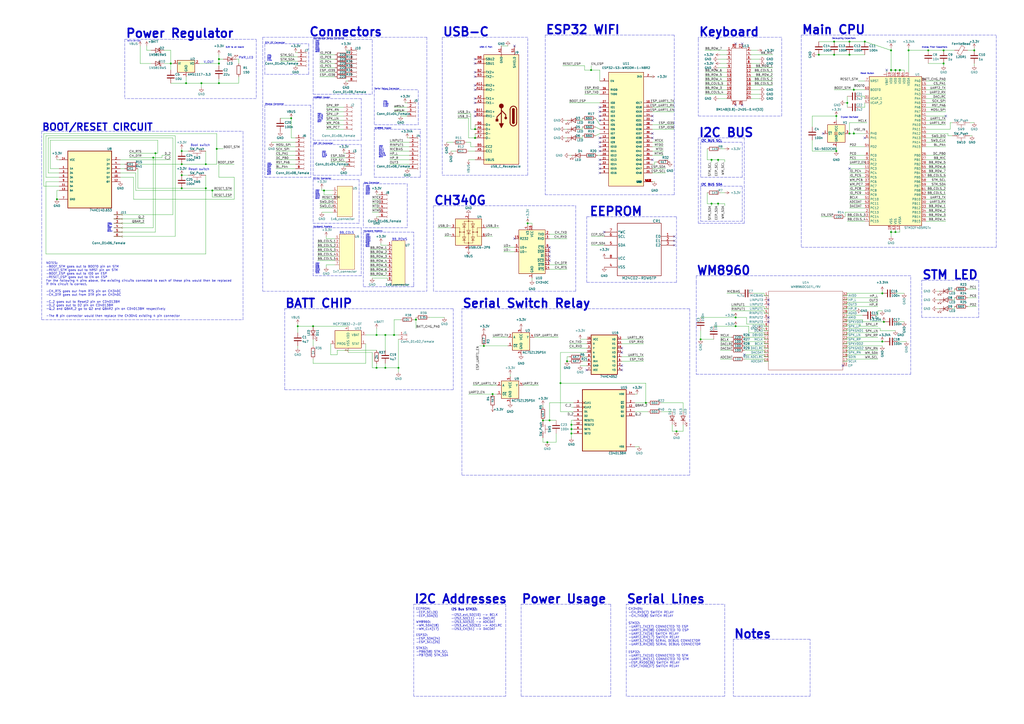
<source format=kicad_sch>
(kicad_sch (version 20211123) (generator eeschema)
  (paper "A2")
  (title_block (title "EV4 - FINN BERG") (date "2023-04-03") (company "CISCO SYSTEMS"))
  (junction (at 392.43 250.19))
  (junction (at 328.93 209.55))
  (junction (at 495.3 77.47))
  (junction (at 426.72 184.15))
  (junction (at 485.14 67.31))
  (junction (at 123.19 110.49))
  (junction (at 491.49 59.69))
  (junction (at 512.7194 186.69))
  (junction (at 547.37 36.83))
  (junction (at 318.77 243.84))
  (junction (at 331.47 246.38))
  (junction (at 342.9 40.64))
  (junction (at 485.14 87.63))
  (junction (at 426.72 189.23))
  (junction (at 127 36.83))
  (junction (at 538.48 29.21))
  (junction (at 116.84 48.26))
  (junction (at 501.65 24.13))
  (junction (at 492.76 31.75))
  (junction (at 516.89 40.64))
  (junction (at 172.72 189.23))
  (junction (at 516.89 134.62))
  (junction (at 325.12 222.25))
  (junction (at 218.44 194.31))
  (junction (at 88.9 91.44))
  (junction (at 314.96 243.84))
  (junction (at 412.75 118.11))
  (junction (at 223.52 213.36))
  (junction (at 483.87 24.13))
  (junction (at 228.6 194.31))
  (junction (at 127 34.29))
  (junction (at 33.02 115.57))
  (junction (at 406.4 196.85))
  (junction (at 547.37 29.21))
  (junction (at 519.43 40.64))
  (junction (at 483.87 31.75))
  (junction (at 119.38 109.22))
  (junction (at 280.67 200.66))
  (junction (at 495.3 52.07))
  (junction (at 105.41 95.25))
  (junction (at 99.06 36.83))
  (junction (at 275.59 74.93))
  (junction (at 231.14 213.36))
  (junction (at 511.81 198.12))
  (junction (at 492.76 24.13))
  (junction (at 331.47 248.92))
  (junction (at 565.15 29.21))
  (junction (at 107.95 48.26))
  (junction (at 90.17 88.9))
  (junction (at 105.41 109.22))
  (junction (at 181.61 189.23))
  (junction (at 527.05 29.21))
  (junction (at 306.07 129.54))
  (junction (at 285.75 228.6))
  (junction (at 241.3 185.42))
  (junction (at 412.75 92.71))
  (junction (at 127 48.26))
  (junction (at 218.44 213.36))
  (junction (at 275.59 80.01))
  (junction (at 119.38 95.25))
  (junction (at 168.91 68.58))
  (junction (at 511.81 170.18))
  (junction (at 187.96 110.49))
  (junction (at 492.76 77.47))
  (junction (at 416.56 118.11))
  (junction (at 223.52 194.31))
  (junction (at 474.98 31.75))
  (junction (at 331.47 251.46))
  (junction (at 416.56 92.71))
  (junction (at 105.41 101.6))
  (junction (at 317.5 256.54))
  (junction (at 516.89 29.21))
  (junction (at 105.41 87.63))
  (junction (at 519.43 134.62))
  (junction (at 374.65 233.68))
  (junction (at 521.97 40.64))
  (junction (at 125.73 86.36))
  (no_connect (at 318.77 151.13))
  (no_connect (at 318.77 148.59))
  (no_connect (at 391.16 142.24))
  (no_connect (at 347.98 62.23))
  (no_connect (at 275.59 64.77))
  (no_connect (at 548.64 67.31))
  (no_connect (at 275.59 34.29))
  (no_connect (at 275.59 52.07))
  (no_connect (at 492.76 97.79))
  (no_connect (at 445.77 173.99))
  (no_connect (at 391.16 139.7))
  (no_connect (at 488.95 212.09))
  (no_connect (at 347.98 100.33))
  (no_connect (at 378.46 77.47))
  (no_connect (at 347.98 95.25))
  (no_connect (at 347.98 67.31))
  (no_connect (at 340.36 214.63))
  (no_connect (at 360.68 212.09))
  (no_connect (at 391.16 137.16))
  (no_connect (at 275.59 36.83))
  (no_connect (at 431.8 205.74))
  (no_connect (at 347.98 82.55))
  (no_connect (at 378.46 67.31))
  (no_connect (at 347.98 97.79))
  (no_connect (at 378.46 80.01))
  (no_connect (at 298.45 138.43))
  (no_connect (at 378.46 92.71))
  (no_connect (at 275.59 41.91))
  (no_connect (at 426.72 60.96))
  (no_connect (at 275.59 57.15))
  (no_connect (at 275.59 44.45))
  (no_connect (at 445.77 184.15))
  (no_connect (at 347.98 85.09))
  (no_connect (at 477.52 77.47))
  (no_connect (at 514.35 40.64))
  (no_connect (at 347.98 87.63))
  (no_connect (at 318.77 146.05))
  (no_connect (at 445.77 176.53))
  (no_connect (at 347.98 69.85))
  (no_connect (at 298.45 26.67))
  (no_connect (at 350.52 134.62))
  (no_connect (at 360.68 204.47))
  (no_connect (at 378.46 69.85))
  (no_connect (at 426.72 25.4))
  (no_connect (at 318.77 143.51))
  (no_connect (at 445.77 186.69))
  (no_connect (at 347.98 92.71))
  (no_connect (at 347.98 80.01))
  (no_connect (at 360.68 201.93))
  (no_connect (at 275.59 59.69))
  (no_connect (at 275.59 49.53))
  (no_connect (at 275.59 67.31))
  (no_connect (at 360.68 214.63))
  (no_connect (at 430.53 60.96))
  (no_connect (at 430.53 25.4))
  (no_connect (at 347.98 64.77))
  (no_connect (at 501.65 80.01))
  (wire (pts (xy 80.01 109.22) (xy 105.41 109.22)))
  (wire (pts (xy 194.31 153.67) (xy 189.23 153.67)))
  (wire (pts (xy 378.46 74.93) (xy 391.16 74.93)))
  (wire (pts (xy 490.22 123.19) (xy 501.65 123.19)))
  (polyline (pts (xy 222.25 52.07) (xy 242.57 52.07)))
  (wire (pts (xy 185.42 36.83) (xy 194.31 36.83)))
  (polyline (pts (xy 181.61 104.14) (xy 181.61 129.54)))
  (polyline (pts (xy 293.37 350.52) (xy 293.37 403.86)))
  (wire (pts (xy 426.72 184.15) (xy 406.4 184.15)))
  (wire (pts (xy 331.47 248.92) (xy 331.47 251.46)))
  (wire (pts (xy 90.17 134.62) (xy 66.04 134.62)))
  (wire (pts (xy 537.21 82.55) (xy 548.64 82.55)))
  (wire (pts (xy 378.46 82.55) (xy 384.81 82.55)))
  (wire (pts (xy 408.94 52.07) (xy 421.64 52.07)))
  (wire (pts (xy 492.76 77.47) (xy 495.3 77.47)))
  (wire (pts (xy 406.4 191.77) (xy 406.4 196.85)))
  (wire (pts (xy 185.42 31.75) (xy 194.31 31.75)))
  (wire (pts (xy 516.89 134.62) (xy 519.43 134.62)))
  (wire (pts (xy 551.18 74.93) (xy 551.18 71.12)))
  (polyline (pts (xy 354.33 350.52) (xy 354.33 403.86)))
  (wire (pts (xy 537.21 80.01) (xy 548.64 80.01)))
  (wire (pts (xy 184.15 151.13) (xy 194.31 151.13)))
  (wire (pts (xy 85.09 29.21) (xy 87.63 29.21)))
  (wire (pts (xy 420.37 111.76) (xy 417.83 111.76)))
  (wire (pts (xy 339.09 38.1) (xy 339.09 40.64)))
  (wire (pts (xy 490.22 59.69) (xy 491.49 59.69)))
  (wire (pts (xy 445.77 204.47) (xy 443.23 204.47)))
  (wire (pts (xy 90.17 88.9) (xy 90.17 134.62)))
  (wire (pts (xy 232.41 67.31) (xy 236.22 67.31)))
  (wire (pts (xy 308.61 129.54) (xy 308.61 130.81)))
  (wire (pts (xy 492.76 102.87) (xy 501.65 102.87)))
  (wire (pts (xy 292.1 146.05) (xy 298.45 146.05)))
  (wire (pts (xy 374.65 222.25) (xy 374.65 233.68)))
  (wire (pts (xy 236.22 97.79) (xy 237.49 97.79)))
  (wire (pts (xy 491.49 191.77) (xy 491.49 190.5)))
  (wire (pts (xy 189.23 69.85) (xy 199.39 69.85)))
  (wire (pts (xy 443.23 198.12) (xy 431.8 198.12)))
  (wire (pts (xy 492.76 92.71) (xy 501.65 92.71)))
  (wire (pts (xy 492.76 31.75) (xy 501.65 31.75)))
  (wire (pts (xy 379.73 93.98) (xy 379.73 95.25)))
  (wire (pts (xy 537.21 54.61) (xy 548.64 54.61)))
  (wire (pts (xy 492.76 100.33) (xy 501.65 100.33)))
  (wire (pts (xy 435.61 44.45) (xy 448.31 44.45)))
  (polyline (pts (xy 247.65 21.59) (xy 152.4 21.59)))
  (wire (pts (xy 408.94 54.61) (xy 421.64 54.61)))
  (wire (pts (xy 218.44 203.2) (xy 195.58 203.2)))
  (polyline (pts (xy 180.34 102.87) (xy 153.67 102.87)))
  (wire (pts (xy 491.49 171.45) (xy 491.49 170.18)))
  (wire (pts (xy 218.44 194.31) (xy 218.44 190.5)))
  (wire (pts (xy 220.98 140.97) (xy 220.98 142.24)))
  (wire (pts (xy 330.2 207.01) (xy 328.93 207.01)))
  (wire (pts (xy 513.08 198.12) (xy 511.81 198.12)))
  (wire (pts (xy 549.91 78.74) (xy 552.45 78.74)))
  (wire (pts (xy 66.04 137.16) (xy 101.6 137.16)))
  (wire (pts (xy 417.83 86.36) (xy 420.37 86.36)))
  (wire (pts (xy 185.42 44.45) (xy 194.31 44.45)))
  (polyline (pts (xy 400.05 179.07) (xy 400.05 275.59)))
  (polyline (pts (xy 209.55 160.02) (xy 181.61 160.02)))
  (wire (pts (xy 488.95 179.07) (xy 491.49 179.07)))
  (wire (pts (xy 69.85 102.87) (xy 77.47 102.87)))
  (wire (pts (xy 538.48 36.83) (xy 547.37 36.83)))
  (wire (pts (xy 336.55 74.93) (xy 337.82 74.93)))
  (wire (pts (xy 378.46 72.39) (xy 391.16 72.39)))
  (wire (pts (xy 325.12 222.25) (xy 325.12 238.76)))
  (wire (pts (xy 157.48 82.55) (xy 171.45 82.55)))
  (wire (pts (xy 445.77 207.01) (xy 443.23 207.01)))
  (wire (pts (xy 360.68 196.85) (xy 373.38 196.85)))
  (wire (pts (xy 516.89 133.35) (xy 516.89 134.62)))
  (wire (pts (xy 416.56 118.11) (xy 420.37 118.11)))
  (polyline (pts (xy 334.01 168.91) (xy 251.46 168.91)))
  (wire (pts (xy 330.2 199.39) (xy 340.36 199.39)))
  (wire (pts (xy 443.23 196.85) (xy 443.23 195.58)))
  (polyline (pts (xy 267.97 179.07) (xy 400.05 179.07)))
  (wire (pts (xy 445.77 194.31) (xy 443.23 194.31)))
  (wire (pts (xy 273.05 66.04) (xy 265.43 66.04)))
  (wire (pts (xy 445.77 189.23) (xy 443.23 189.23)))
  (wire (pts (xy 218.44 210.82) (xy 218.44 213.36)))
  (wire (pts (xy 241.3 184.15) (xy 241.3 185.42)))
  (polyline (pts (xy 148.59 22.86) (xy 148.59 57.15)))
  (wire (pts (xy 491.49 170.18) (xy 511.81 170.18)))
  (polyline (pts (xy 535.94 162.56) (xy 567.69 162.56)))
  (wire (pts (xy 378.46 105.41) (xy 379.73 105.41)))
  (wire (pts (xy 420.37 118.11) (xy 420.37 119.38)))
  (polyline (pts (xy 181.61 83.82) (xy 181.61 101.6)))
  (wire (pts (xy 273.05 74.93) (xy 273.05 66.04)))
  (wire (pts (xy 325.12 204.47) (xy 325.12 222.25)))
  (wire (pts (xy 491.49 177.8) (xy 509.27 177.8)))
  (wire (pts (xy 501.65 57.15) (xy 501.65 55.88)))
  (wire (pts (xy 543.56 173.99) (xy 544.83 173.99)))
  (wire (pts (xy 414.02 189.23) (xy 426.72 189.23)))
  (wire (pts (xy 281.94 137.16) (xy 285.75 137.16)))
  (wire (pts (xy 492.76 113.03) (xy 501.65 113.03)))
  (polyline (pts (xy 528.32 217.17) (xy 528.32 160.02)))
  (wire (pts (xy 215.9 161.29) (xy 224.79 161.29)))
  (wire (pts (xy 314.96 243.84) (xy 318.77 243.84)))
  (wire (pts (xy 185.42 118.11) (xy 193.04 118.11)))
  (polyline (pts (xy 293.37 403.86) (xy 240.03 403.86)))
  (wire (pts (xy 322.58 243.84) (xy 318.77 243.84)))
  (wire (pts (xy 483.87 24.13) (xy 492.76 24.13)))
  (wire (pts (xy 215.9 123.19) (xy 219.71 123.19)))
  (wire (pts (xy 193.04 123.19) (xy 186.69 123.19)))
  (polyline (pts (xy 430.53 102.87) (xy 430.53 82.55)))
  (wire (pts (xy 191.77 93.98) (xy 200.66 93.98)))
  (wire (pts (xy 271.78 92.71) (xy 275.59 92.71)))
  (wire (pts (xy 537.21 115.57) (xy 548.64 115.57)))
  (wire (pts (xy 332.74 251.46) (xy 331.47 251.46)))
  (wire (pts (xy 336.55 80.01) (xy 337.82 80.01)))
  (wire (pts (xy 497.84 46.99) (xy 501.65 46.99)))
  (polyline (pts (xy 406.4 109.22) (xy 406.4 128.27)))
  (polyline (pts (xy 363.22 403.86) (xy 363.22 350.52)))
  (polyline (pts (xy 577.85 143.51) (xy 577.85 20.32)))
  (wire (pts (xy 215.9 213.36) (xy 218.44 213.36)))
  (polyline (pts (xy 406.4 82.55) (xy 406.4 102.87)))
  (wire (pts (xy 77.47 102.87) (xy 77.47 115.57)))
  (wire (pts (xy 537.21 52.07) (xy 548.64 52.07)))
  (wire (pts (xy 368.3 233.68) (xy 374.65 233.68)))
  (wire (pts (xy 186.69 115.57) (xy 193.04 115.57)))
  (wire (pts (xy 488.95 173.99) (xy 491.49 173.99)))
  (wire (pts (xy 417.83 36.83) (xy 421.64 36.83)))
  (wire (pts (xy 330.2 59.69) (xy 347.98 59.69)))
  (wire (pts (xy 547.37 29.21) (xy 553.72 29.21)))
  (polyline (pts (xy 262.89 226.06) (xy 165.1 226.06)))
  (wire (pts (xy 116.84 48.26) (xy 116.84 50.8)))
  (wire (pts (xy 236.22 80.01) (xy 237.49 80.01)))
  (wire (pts (xy 264.16 87.63) (xy 261.62 87.63)))
  (wire (pts (xy 501.65 24.13) (xy 516.89 29.21)))
  (wire (pts (xy 314.96 234.95) (xy 314.96 236.22)))
  (wire (pts (xy 491.49 195.58) (xy 509.27 195.58)))
  (wire (pts (xy 172.72 189.23) (xy 181.61 189.23)))
  (polyline (pts (xy 453.39 21.59) (xy 405.13 21.59)))
  (wire (pts (xy 248.92 184.15) (xy 257.81 184.15)))
  (wire (pts (xy 445.77 191.77) (xy 443.23 191.77)))
  (wire (pts (xy 105.41 86.36) (xy 105.41 87.63)))
  (wire (pts (xy 492.76 77.47) (xy 492.76 71.12)))
  (wire (pts (xy 537.21 105.41) (xy 548.64 105.41)))
  (wire (pts (xy 241.3 185.42) (xy 241.3 190.5)))
  (wire (pts (xy 314.96 254) (xy 314.96 256.54)))
  (wire (pts (xy 488.95 207.01) (xy 491.49 207.01)))
  (wire (pts (xy 214.63 147.32) (xy 224.79 147.32)))
  (wire (pts (xy 107.95 48.26) (xy 116.84 48.26)))
  (wire (pts (xy 123.19 110.49) (xy 123.19 114.3)))
  (wire (pts (xy 337.82 68.58) (xy 337.82 69.85)))
  (wire (pts (xy 259.08 82.55) (xy 262.89 82.55)))
  (wire (pts (xy 410.21 118.11) (xy 412.75 118.11)))
  (wire (pts (xy 189.23 72.39) (xy 199.39 72.39)))
  (wire (pts (xy 303.53 223.52) (xy 312.42 223.52)))
  (wire (pts (xy 443.23 200.66) (xy 431.8 200.66)))
  (wire (pts (xy 491.49 194.31) (xy 491.49 193.04)))
  (wire (pts (xy 226.06 95.25) (xy 237.49 95.25)))
  (wire (pts (xy 189.23 64.77) (xy 199.39 64.77)))
  (wire (pts (xy 492.76 90.17) (xy 501.65 90.17)))
  (wire (pts (xy 516.89 40.64) (xy 519.43 40.64)))
  (polyline (pts (xy 217.17 74.93) (xy 217.17 102.87)))
  (wire (pts (xy 551.18 71.12) (xy 552.45 71.12)))
  (wire (pts (xy 77.47 115.57) (xy 135.89 115.57)))
  (wire (pts (xy 69.85 95.25) (xy 72.39 95.25)))
  (polyline (pts (xy 181.61 54.61) (xy 215.9 54.61)))
  (polyline (pts (xy 256.54 21.59) (xy 256.54 101.6)))
  (wire (pts (xy 416.56 92.71) (xy 416.56 93.98)))
  (wire (pts (xy 488.95 199.39) (xy 491.49 199.39)))
  (polyline (pts (xy 208.28 104.14) (xy 208.28 129.54)))
  (wire (pts (xy 491.49 59.69) (xy 491.49 62.23)))
  (polyline (pts (xy 240.03 134.62) (xy 210.82 134.62)))
  (wire (pts (xy 66.04 124.46) (xy 100.33 124.46)))
  (wire (pts (xy 171.45 80.01) (xy 168.91 80.01)))
  (wire (pts (xy 436.88 170.18) (xy 443.23 170.18)))
  (wire (pts (xy 412.75 92.71) (xy 412.75 93.98)))
  (wire (pts (xy 318.77 138.43) (xy 328.93 138.43)))
  (polyline (pts (xy 267.97 275.59) (xy 267.97 179.07)))
  (polyline (pts (xy 152.4 21.59) (xy 152.4 168.91)))
  (polyline (pts (xy 153.67 60.96) (xy 180.34 60.96)))
  (polyline (pts (xy 217.17 52.07) (xy 217.17 72.39)))
  (wire (pts (xy 516.89 134.62) (xy 516.89 137.16)))
  (wire (pts (xy 417.83 208.28) (xy 424.18 208.28)))
  (polyline (pts (xy 431.8 129.54) (xy 431.8 80.01)))
  (wire (pts (xy 509.27 182.88) (xy 509.27 180.34)))
  (wire (pts (xy 435.61 46.99) (xy 448.31 46.99)))
  (wire (pts (xy 519.43 170.18) (xy 524.51 170.18)))
  (wire (pts (xy 346.71 90.17) (xy 347.98 90.17)))
  (wire (pts (xy 378.46 59.69) (xy 391.16 59.69)))
  (wire (pts (xy 342.9 40.64) (xy 347.98 40.64)))
  (wire (pts (xy 378.46 62.23) (xy 391.16 62.23)))
  (wire (pts (xy 491.49 205.74) (xy 509.27 205.74)))
  (polyline (pts (xy 72.39 22.86) (xy 72.39 57.15)))
  (wire (pts (xy 412.75 118.11) (xy 412.75 119.38)))
  (polyline (pts (xy 243.84 102.87) (xy 243.84 74.93)))
  (wire (pts (xy 127 102.87) (xy 127 95.25)))
  (wire (pts (xy 347.98 40.64) (xy 347.98 46.99)))
  (wire (pts (xy 435.61 54.61) (xy 440.69 54.61)))
  (wire (pts (xy 331.47 243.84) (xy 331.47 246.38)))
  (wire (pts (xy 160.02 92.71) (xy 171.45 92.71)))
  (wire (pts (xy 326.39 38.1) (xy 339.09 38.1)))
  (wire (pts (xy 561.34 167.64) (xy 566.42 167.64)))
  (wire (pts (xy 332.74 243.84) (xy 331.47 243.84)))
  (wire (pts (xy 501.65 115.57) (xy 492.76 115.57)))
  (wire (pts (xy 565.15 71.12) (xy 562.61 71.12)))
  (wire (pts (xy 491.49 175.26) (xy 509.27 175.26)))
  (wire (pts (xy 273.05 85.09) (xy 275.59 85.09)))
  (wire (pts (xy 474.98 24.13) (xy 483.87 24.13)))
  (wire (pts (xy 294.64 26.67) (xy 290.83 26.67)))
  (polyline (pts (xy 469.9 403.86) (xy 469.9 370.84)))
  (wire (pts (xy 328.93 207.01) (xy 328.93 209.55)))
  (wire (pts (xy 471.17 73.66) (xy 471.17 67.31)))
  (wire (pts (xy 435.61 41.91) (xy 448.31 41.91)))
  (wire (pts (xy 491.49 207.01) (xy 491.49 205.74)))
  (wire (pts (xy 561.34 177.8) (xy 566.42 177.8)))
  (wire (pts (xy 552.45 173.99) (xy 553.72 173.99)))
  (wire (pts (xy 537.21 123.19) (xy 548.64 123.19)))
  (wire (pts (xy 27.94 80.01) (xy 27.94 100.33)))
  (wire (pts (xy 336.55 69.85) (xy 337.82 69.85)))
  (wire (pts (xy 125.73 95.25) (xy 125.73 86.36)))
  (wire (pts (xy 516.89 27.94) (xy 516.89 29.21)))
  (wire (pts (xy 337.82 207.01) (xy 340.36 207.01)))
  (wire (pts (xy 389.89 250.19) (xy 392.43 250.19)))
  (polyline (pts (xy 528.32 160.02) (xy 403.86 160.02)))
  (wire (pts (xy 339.09 54.61) (xy 347.98 54.61)))
  (wire (pts (xy 195.58 203.2) (xy 195.58 205.74)))
  (wire (pts (xy 412.75 92.71) (xy 416.56 92.71)))
  (wire (pts (xy 125.73 86.36) (xy 129.54 86.36)))
  (wire (pts (xy 306.07 129.54) (xy 308.61 129.54)))
  (wire (pts (xy 231.14 213.36) (xy 231.14 215.9)))
  (wire (pts (xy 226.06 87.63) (xy 237.49 87.63)))
  (polyline (pts (xy 420.37 350.52) (xy 420.37 403.86)))
  (wire (pts (xy 445.77 171.45) (xy 443.23 171.45)))
  (wire (pts (xy 119.38 95.25) (xy 125.73 95.25)))
  (wire (pts (xy 491.49 128.27) (xy 501.65 128.27)))
  (wire (pts (xy 285.75 228.6) (xy 288.29 228.6)))
  (wire (pts (xy 271.78 80.01) (xy 271.78 68.58)))
  (wire (pts (xy 519.43 40.64) (xy 521.97 40.64)))
  (wire (pts (xy 443.23 191.77) (xy 443.23 190.5)))
  (wire (pts (xy 189.23 62.23) (xy 199.39 62.23)))
  (wire (pts (xy 416.56 118.11) (xy 416.56 119.38)))
  (wire (pts (xy 295.91 218.44) (xy 295.91 217.17)))
  (wire (pts (xy 29.21 97.79) (xy 34.29 97.79)))
  (wire (pts (xy 408.94 49.53) (xy 421.64 49.53)))
  (polyline (pts (xy 469.9 370.84) (xy 425.45 370.84)))
  (wire (pts (xy 537.21 67.31) (xy 548.64 67.31)))
  (wire (pts (xy 231.14 213.36) (xy 223.52 213.36)))
  (wire (pts (xy 495.3 50.8) (xy 495.3 52.07)))
  (wire (pts (xy 95.25 29.21) (xy 99.06 29.21)))
  (wire (pts (xy 240.03 185.42) (xy 241.3 185.42)))
  (wire (pts (xy 181.61 196.85) (xy 181.61 200.66)))
  (polyline (pts (xy 181.61 101.6) (xy 209.55 101.6)))
  (wire (pts (xy 337.82 78.74) (xy 337.82 80.01)))
  (wire (pts (xy 474.98 31.75) (xy 483.87 31.75)))
  (wire (pts (xy 435.61 49.53) (xy 448.31 49.53)))
  (wire (pts (xy 215.9 120.65) (xy 219.71 120.65)))
  (wire (pts (xy 417.83 198.12) (xy 424.18 198.12)))
  (wire (pts (xy 443.23 209.55) (xy 443.23 208.28)))
  (polyline (pts (xy 354.33 403.86) (xy 302.26 403.86)))
  (wire (pts (xy 33.02 110.49) (xy 33.02 115.57)))
  (wire (pts (xy 34.29 115.57) (xy 33.02 115.57)))
  (wire (pts (xy 417.83 200.66) (xy 424.18 200.66)))
  (polyline (pts (xy 262.89 179.07) (xy 262.89 226.06)))
  (wire (pts (xy 488.95 196.85) (xy 491.49 196.85)))
  (wire (pts (xy 491.49 199.39) (xy 491.49 198.12)))
  (wire (pts (xy 537.21 97.79) (xy 548.64 97.79)))
  (polyline (pts (xy 240.03 350.52) (xy 293.37 350.52)))
  (wire (pts (xy 521.97 40.64) (xy 521.97 41.91)))
  (wire (pts (xy 80.01 95.25) (xy 105.41 95.25)))
  (polyline (pts (xy 181.61 22.86) (xy 181.61 24.13)))
  (wire (pts (xy 85.09 26.67) (xy 85.09 29.21)))
  (polyline (pts (xy 567.69 162.56) (xy 567.69 184.15)))
  (wire (pts (xy 471.17 67.31) (xy 485.14 67.31)))
  (wire (pts (xy 226.06 82.55) (xy 237.49 82.55)))
  (wire (pts (xy 434.34 193.04) (xy 434.34 189.23)))
  (wire (pts (xy 218.44 213.36) (xy 223.52 213.36)))
  (wire (pts (xy 445.77 196.85) (xy 443.23 196.85)))
  (wire (pts (xy 336.55 196.85) (xy 340.36 196.85)))
  (wire (pts (xy 488.95 186.69) (xy 491.49 186.69)))
  (wire (pts (xy 435.61 29.21) (xy 439.42 29.21)))
  (wire (pts (xy 115.57 36.83) (xy 127 36.83)))
  (polyline (pts (xy 24.13 76.2) (xy 24.13 185.42)))
  (wire (pts (xy 25.4 107.95) (xy 34.29 107.95)))
  (wire (pts (xy 492.76 95.25) (xy 501.65 95.25)))
  (wire (pts (xy 408.94 29.21) (xy 421.64 29.21)))
  (polyline (pts (xy 24.13 76.2) (xy 140.97 76.2)))
  (wire (pts (xy 443.23 181.61) (xy 443.23 180.34)))
  (wire (pts (xy 443.23 180.34) (xy 424.18 180.34)))
  (wire (pts (xy 421.64 170.18) (xy 429.26 170.18)))
  (wire (pts (xy 565.15 36.83) (xy 565.15 38.1)))
  (polyline (pts (xy 236.22 132.08) (xy 210.82 132.08)))
  (wire (pts (xy 501.65 62.23) (xy 499.11 62.23)))
  (wire (pts (xy 552.45 179.07) (xy 553.72 179.07)))
  (wire (pts (xy 331.47 246.38) (xy 331.47 248.92)))
  (polyline (pts (xy 210.82 134.62) (xy 210.82 166.37)))
  (polyline (pts (xy 406.4 107.95) (xy 406.4 109.22)))
  (wire (pts (xy 443.23 171.45) (xy 443.23 170.18)))
  (wire (pts (xy 280.67 200.66) (xy 294.64 200.66)))
  (wire (pts (xy 184.15 146.05) (xy 194.31 146.05)))
  (wire (pts (xy 374.65 233.68) (xy 375.92 233.68)))
  (wire (pts (xy 81.28 26.67) (xy 81.28 36.83)))
  (wire (pts (xy 435.61 57.15) (xy 440.69 57.15)))
  (wire (pts (xy 443.23 189.23) (xy 443.23 187.96)))
  (wire (pts (xy 499.11 189.23) (xy 509.27 189.23)))
  (wire (pts (xy 194.31 138.43) (xy 189.23 138.43)))
  (wire (pts (xy 435.61 36.83) (xy 440.69 36.83)))
  (wire (pts (xy 212.09 194.31) (xy 218.44 194.31)))
  (polyline (pts (xy 405.13 67.31) (xy 453.39 67.31)))
  (wire (pts (xy 119.38 101.6) (xy 119.38 109.22)))
  (wire (pts (xy 135.89 102.87) (xy 127 102.87)))
  (wire (pts (xy 553.72 172.72) (xy 553.72 173.99)))
  (wire (pts (xy 491.49 179.07) (xy 491.49 177.8)))
  (wire (pts (xy 377.19 44.45) (xy 378.46 44.45)))
  (wire (pts (xy 26.67 102.87) (xy 34.29 102.87)))
  (wire (pts (xy 561.34 29.21) (xy 565.15 29.21)))
  (wire (pts (xy 99.06 36.83) (xy 100.33 36.83)))
  (polyline (pts (xy 334.01 119.38) (xy 334.01 168.91)))
  (wire (pts (xy 412.75 118.11) (xy 416.56 118.11)))
  (wire (pts (xy 66.04 127) (xy 83.82 127)))
  (wire (pts (xy 488.95 176.53) (xy 491.49 176.53)))
  (wire (pts (xy 224.79 142.24) (xy 220.98 142.24)))
  (polyline (pts (xy 72.39 22.86) (xy 148.59 22.86)))
  (wire (pts (xy 127 31.75) (xy 127 34.29)))
  (wire (pts (xy 537.21 107.95) (xy 548.64 107.95)))
  (wire (pts (xy 107.95 44.45) (xy 107.95 48.26)))
  (polyline (pts (xy 165.1 179.07) (xy 262.89 179.07)))
  (wire (pts (xy 537.21 69.85) (xy 548.64 69.85)))
  (wire (pts (xy 510.54 191.77) (xy 519.43 191.77)))
  (polyline (pts (xy 240.03 165.1) (xy 240.03 134.62)))
  (wire (pts (xy 491.49 201.93) (xy 491.49 200.66)))
  (wire (pts (xy 474.98 31.75) (xy 473.71 31.75)))
  (wire (pts (xy 378.46 97.79) (xy 386.08 97.79)))
  (wire (pts (xy 519.43 40.64) (xy 519.43 41.91)))
  (polyline (pts (xy 425.45 370.84) (xy 425.45 373.38)))
  (wire (pts (xy 434.34 189.23) (xy 426.72 189.23)))
  (wire (pts (xy 281.94 132.08) (xy 289.56 132.08)))
  (wire (pts (xy 199.39 96.52) (xy 200.66 96.52)))
  (wire (pts (xy 416.56 57.15) (xy 421.64 57.15)))
  (wire (pts (xy 383.54 238.76) (xy 389.89 238.76)))
  (wire (pts (xy 410.21 111.76) (xy 410.21 118.11)))
  (wire (pts (xy 511.81 168.91) (xy 511.81 170.18)))
  (wire (pts (xy 214.63 152.4) (xy 224.79 152.4)))
  (wire (pts (xy 90.17 88.9) (xy 91.44 88.9)))
  (wire (pts (xy 501.65 55.88) (xy 499.11 55.88)))
  (wire (pts (xy 93.98 90.17) (xy 99.06 90.17)))
  (wire (pts (xy 214.63 144.78) (xy 224.79 144.78)))
  (polyline (pts (xy 430.53 107.95) (xy 406.4 107.95)))
  (wire (pts (xy 485.14 85.09) (xy 485.14 87.63)))
  (polyline (pts (xy 240.03 165.1) (xy 240.03 166.37)))
  (wire (pts (xy 443.23 203.2) (xy 431.8 203.2)))
  (wire (pts (xy 488.95 209.55) (xy 491.49 209.55)))
  (wire (pts (xy 491.49 193.04) (xy 509.27 193.04)))
  (wire (pts (xy 191.77 199.39) (xy 191.77 205.74)))
  (polyline (pts (xy 417.83 82.55) (xy 406.4 82.55)))
  (wire (pts (xy 228.6 194.31) (xy 228.6 185.42)))
  (wire (pts (xy 26.67 147.32) (xy 26.67 105.41)))
  (polyline (pts (xy 181.61 24.13) (xy 181.61 54.61)))
  (polyline (pts (xy 392.43 125.73) (xy 392.43 163.83)))
  (wire (pts (xy 318.77 156.21) (xy 328.93 156.21)))
  (polyline (pts (xy 210.82 106.68) (xy 210.82 132.08)))
  (wire (pts (xy 187.96 113.03) (xy 187.96 110.49)))
  (wire (pts (xy 195.58 205.74) (xy 191.77 205.74)))
  (wire (pts (xy 228.6 62.23) (xy 236.22 62.23)))
  (wire (pts (xy 488.95 204.47) (xy 491.49 204.47)))
  (polyline (pts (xy 340.36 125.73) (xy 392.43 125.73)))
  (wire (pts (xy 491.49 209.55) (xy 491.49 208.28)))
  (wire (pts (xy 491.49 125.73) (xy 501.65 125.73)))
  (wire (pts (xy 228.6 185.42) (xy 232.41 185.42)))
  (wire (pts (xy 443.23 205.74) (xy 431.8 205.74)))
  (wire (pts (xy 488.95 189.23) (xy 491.49 189.23)))
  (polyline (pts (xy 403.86 160.02) (xy 403.86 163.83)))
  (wire (pts (xy 491.49 187.96) (xy 499.11 187.96)))
  (wire (pts (xy 78.74 110.49) (xy 123.19 110.49)))
  (polyline (pts (xy 406.4 102.87) (xy 430.53 102.87)))
  (wire (pts (xy 492.76 71.12) (xy 502.92 71.12)))
  (wire (pts (xy 191.77 91.44) (xy 200.66 91.44)))
  (wire (pts (xy 483.87 31.75) (xy 492.76 31.75)))
  (wire (pts (xy 193.04 110.49) (xy 187.96 110.49)))
  (wire (pts (xy 417.83 203.2) (xy 424.18 203.2)))
  (wire (pts (xy 514.35 41.91) (xy 514.35 40.64)))
  (wire (pts (xy 332.74 248.92) (xy 331.47 248.92)))
  (wire (pts (xy 495.3 76.2) (xy 495.3 77.47)))
  (wire (pts (xy 491.49 172.72) (xy 509.27 172.72)))
  (polyline (pts (xy 217.17 102.87) (xy 243.84 102.87)))
  (polyline (pts (xy 534.67 162.56) (xy 535.94 162.56)))
  (wire (pts (xy 396.24 250.19) (xy 392.43 250.19)))
  (wire (pts (xy 537.21 74.93) (xy 551.18 74.93)))
  (wire (pts (xy 189.23 74.93) (xy 199.39 74.93)))
  (polyline (pts (xy 140.97 185.42) (xy 140.97 76.2)))
  (wire (pts (xy 271.78 228.6) (xy 285.75 228.6)))
  (wire (pts (xy 492.76 97.79) (xy 501.65 97.79)))
  (wire (pts (xy 95.25 36.83) (xy 99.06 36.83)))
  (wire (pts (xy 271.78 68.58) (xy 265.43 68.58)))
  (wire (pts (xy 278.13 200.66) (xy 280.67 200.66)))
  (wire (pts (xy 491.49 190.5) (xy 510.54 190.5)))
  (wire (pts (xy 527.05 29.21) (xy 527.05 41.91)))
  (wire (pts (xy 516.89 40.64) (xy 516.89 41.91)))
  (wire (pts (xy 396.24 233.68) (xy 396.24 238.76)))
  (wire (pts (xy 184.15 148.59) (xy 194.31 148.59)))
  (wire (pts (xy 368.3 228.6) (xy 369.57 228.6)))
  (polyline (pts (xy 215.9 22.86) (xy 181.61 22.86)))
  (polyline (pts (xy 464.82 143.51) (xy 577.85 143.51)))
  (wire (pts (xy 119.38 147.32) (xy 26.67 147.32)))
  (wire (pts (xy 519.43 134.62) (xy 521.97 134.62)))
  (wire (pts (xy 378.46 87.63) (xy 384.81 87.63)))
  (wire (pts (xy 417.83 31.75) (xy 421.64 31.75)))
  (wire (pts (xy 537.21 95.25) (xy 548.64 95.25)))
  (polyline (pts (xy 153.67 60.96) (xy 153.67 102.87)))
  (polyline (pts (xy 391.16 113.03) (xy 391.16 20.32)))
  (wire (pts (xy 226.06 92.71) (xy 237.49 92.71)))
  (wire (pts (xy 275.59 72.39) (xy 275.59 74.93)))
  (wire (pts (xy 491.49 203.2) (xy 509.27 203.2)))
  (wire (pts (xy 368.3 238.76) (xy 375.92 238.76)))
  (wire (pts (xy 441.96 190.5) (xy 443.23 190.5)))
  (wire (pts (xy 331.47 251.46) (xy 331.47 254)))
  (wire (pts (xy 285.75 195.58) (xy 294.64 195.58)))
  (wire (pts (xy 378.46 100.33) (xy 386.08 100.33)))
  (polyline (pts (xy 405.13 21.59) (xy 405.13 22.86)))
  (polyline (pts (xy 208.28 129.54) (xy 181.61 129.54)))
  (wire (pts (xy 537.21 85.09) (xy 548.64 85.09)))
  (wire (pts (xy 160.02 90.17) (xy 171.45 90.17)))
  (wire (pts (xy 408.94 44.45) (xy 421.64 44.45)))
  (wire (pts (xy 491.49 185.42) (xy 500.38 185.42)))
  (wire (pts (xy 127 95.25) (xy 135.89 95.25)))
  (polyline (pts (xy 431.8 80.01) (xy 405.13 80.01)))
  (wire (pts (xy 88.9 132.08) (xy 66.04 132.08)))
  (wire (pts (xy 408.94 46.99) (xy 421.64 46.99)))
  (wire (pts (xy 69.85 100.33) (xy 78.74 100.33)))
  (polyline (pts (xy 209.55 81.28) (xy 209.55 57.15)))
  (wire (pts (xy 416.56 92.71) (xy 420.37 92.71)))
  (wire (pts (xy 257.81 137.16) (xy 261.62 137.16)))
  (wire (pts (xy 537.21 57.15) (xy 548.64 57.15)))
  (wire (pts (xy 172.72 200.66) (xy 172.72 201.93)))
  (wire (pts (xy 538.48 29.21) (xy 547.37 29.21)))
  (wire (pts (xy 435.61 31.75) (xy 448.31 31.75)))
  (wire (pts (xy 69.85 97.79) (xy 72.39 97.79)))
  (wire (pts (xy 519.43 133.35) (xy 519.43 134.62)))
  (wire (pts (xy 184.15 140.97) (xy 194.31 140.97)))
  (wire (pts (xy 185.42 39.37) (xy 194.31 39.37)))
  (wire (pts (xy 127 48.26) (xy 138.43 48.26)))
  (wire (pts (xy 483.87 52.07) (xy 495.3 52.07)))
  (polyline (pts (xy 405.13 129.54) (xy 431.8 129.54)))
  (wire (pts (xy 445.77 201.93) (xy 443.23 201.93)))
  (wire (pts (xy 160.02 85.09) (xy 171.45 85.09)))
  (polyline (pts (xy 242.57 168.91) (xy 247.65 168.91)))
  (polyline (pts (xy 243.84 74.93) (xy 217.17 74.93)))
  (wire (pts (xy 127 45.72) (xy 127 48.26)))
  (polyline (pts (xy 179.07 43.18) (xy 153.67 43.18)))
  (polyline (pts (xy 209.55 101.6) (xy 209.55 83.82)))
  (polyline (pts (xy 209.55 57.15) (xy 207.01 57.15)))
  (polyline (pts (xy 181.61 83.82) (xy 209.55 83.82)))
  (wire (pts (xy 127 34.29) (xy 127 36.83)))
  (wire (pts (xy 127 36.83) (xy 127 38.1)))
  (wire (pts (xy 184.15 143.51) (xy 194.31 143.51)))
  (polyline (pts (xy 181.61 104.14) (xy 208.28 104.14)))
  (polyline (pts (xy 464.82 20.32) (xy 577.85 20.32)))
  (wire (pts (xy 471.17 87.63) (xy 485.14 87.63)))
  (wire (pts (xy 443.23 177.8) (xy 424.18 177.8)))
  (wire (pts (xy 214.63 160.02) (xy 224.79 160.02)))
  (wire (pts (xy 137.16 34.29) (xy 138.43 34.29)))
  (wire (pts (xy 99.06 29.21) (xy 99.06 36.83)))
  (wire (pts (xy 378.46 85.09) (xy 384.81 85.09)))
  (wire (pts (xy 553.72 177.8) (xy 553.72 179.07)))
  (wire (pts (xy 168.91 80.01) (xy 168.91 68.58)))
  (wire (pts (xy 509.27 180.34) (xy 511.81 180.34)))
  (wire (pts (xy 226.06 85.09) (xy 237.49 85.09)))
  (wire (pts (xy 26.67 78.74) (xy 26.67 102.87)))
  (wire (pts (xy 492.76 24.13) (xy 501.65 24.13)))
  (polyline (pts (xy 567.69 184.15) (xy 534.67 184.15)))
  (wire (pts (xy 327.66 80.01) (xy 328.93 80.01)))
  (wire (pts (xy 327.66 74.93) (xy 328.93 74.93)))
  (wire (pts (xy 74.93 88.9) (xy 90.17 88.9)))
  (wire (pts (xy 520.7 186.69) (xy 524.51 186.69)))
  (wire (pts (xy 488.95 184.15) (xy 491.49 184.15)))
  (wire (pts (xy 138.43 44.45) (xy 138.43 48.26)))
  (wire (pts (xy 26.67 105.41) (xy 34.29 105.41)))
  (wire (pts (xy 510.54 190.5) (xy 510.54 191.77)))
  (wire (pts (xy 201.93 204.47) (xy 215.9 204.47)))
  (wire (pts (xy 345.44 78.74) (xy 347.98 77.47)))
  (polyline (pts (xy 430.53 128.27) (xy 430.53 107.95)))
  (wire (pts (xy 231.14 213.36) (xy 231.14 196.85)))
  (wire (pts (xy 223.52 203.2) (xy 223.52 194.31)))
  (wire (pts (xy 416.56 34.29) (xy 421.64 34.29)))
  (wire (pts (xy 381 93.98) (xy 379.73 93.98)))
  (wire (pts (xy 537.21 46.99) (xy 548.64 46.99)))
  (wire (pts (xy 162.56 68.58) (xy 168.91 68.58)))
  (wire (pts (xy 215.9 115.57) (xy 219.71 115.57)))
  (wire (pts (xy 491.49 200.66) (xy 511.81 200.66)))
  (wire (pts (xy 445.77 179.07) (xy 443.23 179.07)))
  (wire (pts (xy 327.66 69.85) (xy 328.93 69.85)))
  (wire (pts (xy 433.07 184.15) (xy 426.72 184.15)))
  (wire (pts (xy 378.46 90.17) (xy 384.81 90.17)))
  (wire (pts (xy 125.73 77.47) (xy 25.4 77.47)))
  (wire (pts (xy 181.61 210.82) (xy 212.09 210.82)))
  (wire (pts (xy 488.95 201.93) (xy 491.49 201.93)))
  (wire (pts (xy 27.94 100.33) (xy 34.29 100.33)))
  (wire (pts (xy 325.12 222.25) (xy 374.65 222.25)))
  (wire (pts (xy 512.7194 186.69) (xy 513.08 186.69)))
  (wire (pts (xy 491.49 181.61) (xy 491.49 180.34)))
  (wire (pts (xy 443.23 207.01) (xy 443.23 205.74)))
  (polyline (pts (xy 148.59 57.15) (xy 72.39 57.15)))
  (wire (pts (xy 537.21 110.49) (xy 548.64 110.49)))
  (wire (pts (xy 274.32 223.52) (xy 288.29 223.52)))
  (wire (pts (xy 553.72 167.64) (xy 553.72 168.91)))
  (wire (pts (xy 524.51 40.64) (xy 524.51 41.91)))
  (wire (pts (xy 101.6 78.74) (xy 26.67 78.74)))
  (wire (pts (xy 537.21 120.65) (xy 548.64 120.65)))
  (wire (pts (xy 537.21 102.87) (xy 548.64 102.87)))
  (wire (pts (xy 495.3 77.47) (xy 501.65 77.47)))
  (wire (pts (xy 492.76 110.49) (xy 501.65 110.49)))
  (wire (pts (xy 332.74 233.68) (xy 318.77 233.68)))
  (wire (pts (xy 119.38 109.22) (xy 119.38 147.32)))
  (wire (pts (xy 116.84 48.26) (xy 127 48.26)))
  (wire (pts (xy 520.7 198.12) (xy 525.78 198.12)))
  (wire (pts (xy 69.85 92.71) (xy 99.06 92.71)))
  (polyline (pts (xy 405.13 22.86) (xy 405.13 67.31)))
  (wire (pts (xy 160.02 95.25) (xy 171.45 95.25)))
  (wire (pts (xy 491.49 184.15) (xy 491.49 182.88)))
  (polyline (pts (xy 251.46 168.91) (xy 251.46 119.38)))
  (wire (pts (xy 172.72 187.96) (xy 172.72 189.23)))
  (wire (pts (xy 500.38 186.69) (xy 512.7194 186.69)))
  (wire (pts (xy 492.76 107.95) (xy 501.65 107.95)))
  (wire (pts (xy 547.37 36.83) (xy 547.37 38.1)))
  (wire (pts (xy 431.8 195.58) (xy 443.23 195.58)))
  (wire (pts (xy 527.05 29.21) (xy 538.48 29.21)))
  (polyline (pts (xy 242.57 72.39) (xy 242.57 52.07)))
  (wire (pts (xy 537.21 59.69) (xy 548.64 59.69)))
  (polyline (pts (xy 340.36 163.83) (xy 340.36 125.73)))
  (wire (pts (xy 228.6 194.31) (xy 231.14 194.31)))
  (wire (pts (xy 420.37 92.71) (xy 420.37 93.98)))
  (wire (pts (xy 322.58 251.46) (xy 322.58 256.54)))
  (wire (pts (xy 339.09 40.64) (xy 342.9 40.64)))
  (wire (pts (xy 275.59 77.47) (xy 275.59 80.01)))
  (polyline (pts (xy 306.07 101.6) (xy 306.07 21.59)))
  (wire (pts (xy 516.89 29.21) (xy 516.89 40.64)))
  (wire (pts (xy 340.36 204.47) (xy 325.12 204.47)))
  (wire (pts (xy 537.21 118.11) (xy 548.64 118.11)))
  (wire (pts (xy 105.41 95.25) (xy 119.38 95.25)))
  (wire (pts (xy 189.23 137.16) (xy 189.23 138.43)))
  (wire (pts (xy 306.07 129.54) (xy 306.07 130.81)))
  (wire (pts (xy 488.95 191.77) (xy 491.49 191.77)))
  (wire (pts (xy 435.61 34.29) (xy 440.69 34.29)))
  (wire (pts (xy 492.76 105.41) (xy 501.65 105.41)))
  (wire (pts (xy 435.61 52.07) (xy 440.69 52.07)))
  (wire (pts (xy 270.51 82.55) (xy 273.05 82.55)))
  (polyline (pts (xy 181.61 81.28) (xy 209.55 81.28)))
  (polyline (pts (xy 153.67 43.18) (xy 153.67 25.4)))
  (wire (pts (xy 337.82 209.55) (xy 340.36 209.55)))
  (wire (pts (xy 218.44 113.03) (xy 219.71 113.03)))
  (polyline (pts (xy 425.45 370.84) (xy 425.45 370.84)))
  (wire (pts (xy 214.63 149.86) (xy 224.79 149.86)))
  (wire (pts (xy 379.73 95.25) (xy 378.46 95.25)))
  (wire (pts (xy 443.23 187.96) (xy 433.07 187.96)))
  (wire (pts (xy 29.21 81.28) (xy 29.21 97.79)))
  (wire (pts (xy 521.97 40.64) (xy 524.51 40.64)))
  (wire (pts (xy 501.65 118.11) (xy 492.76 118.11)))
  (wire (pts (xy 273.05 82.55) (xy 273.05 85.09)))
  (wire (pts (xy 275.59 74.93) (xy 273.05 74.93)))
  (polyline (pts (xy 165.1 226.06) (xy 165.1 179.07)))
  (wire (pts (xy 491.49 196.85) (xy 491.49 195.58)))
  (wire (pts (xy 224.79 161.29) (xy 224.79 162.56)))
  (polyline (pts (xy 236.22 106.68) (xy 236.22 132.08)))
  (wire (pts (xy 416.56 39.37) (xy 421.64 39.37)))
  (wire (pts (xy 543.56 179.07) (xy 544.83 179.07)))
  (wire (pts (xy 488.95 171.45) (xy 491.49 171.45)))
  (wire (pts (xy 491.49 189.23) (xy 491.49 187.96)))
  (polyline (pts (xy 453.39 67.31) (xy 453.39 21.59)))
  (wire (pts (xy 119.38 109.22) (xy 105.41 109.22)))
  (wire (pts (xy 275.59 80.01) (xy 271.78 80.01)))
  (wire (pts (xy 171.45 38.1) (xy 172.72 38.1)))
  (wire (pts (xy 521.97 133.35) (xy 521.97 134.62)))
  (wire (pts (xy 471.17 81.28) (xy 471.17 87.63)))
  (wire (pts (xy 123.19 114.3) (xy 134.62 114.3)))
  (wire (pts (xy 186.69 109.22) (xy 186.69 110.49)))
  (wire (pts (xy 410.21 86.36) (xy 410.21 92.71)))
  (polyline (pts (xy 403.86 163.83) (xy 403.86 217.17)))
  (wire (pts (xy 495.3 52.07) (xy 501.65 52.07)))
  (wire (pts (xy 223.52 210.82) (xy 223.52 213.36)))
  (wire (pts (xy 325.12 238.76) (xy 332.74 238.76)))
  (wire (pts (xy 408.94 41.91) (xy 421.64 41.91)))
  (wire (pts (xy 314.96 256.54) (xy 317.5 256.54)))
  (wire (pts (xy 417.83 195.58) (xy 424.18 195.58)))
  (wire (pts (xy 360.68 209.55) (xy 373.38 209.55)))
  (wire (pts (xy 34.29 110.49) (xy 33.02 110.49)))
  (wire (pts (xy 181.61 189.23) (xy 201.93 189.23)))
  (wire (pts (xy 492.76 120.65) (xy 501.65 120.65)))
  (polyline (pts (xy 302.26 403.86) (xy 302.26 350.52)))
  (wire (pts (xy 88.9 91.44) (xy 93.98 91.44)))
  (polyline (pts (xy 179.07 25.4) (xy 179.07 43.18)))
  (wire (pts (xy 537.21 72.39) (xy 548.64 72.39)))
  (wire (pts (xy 491.49 208.28) (xy 509.27 208.28)))
  (wire (pts (xy 443.23 199.39) (xy 443.23 198.12)))
  (wire (pts (xy 318.77 233.68) (xy 318.77 243.84)))
  (wire (pts (xy 443.23 208.28) (xy 431.8 208.28)))
  (wire (pts (xy 80.01 97.79) (xy 80.01 109.22)))
  (wire (pts (xy 135.89 115.57) (xy 135.89 102.87)))
  (polyline (pts (xy 316.23 113.03) (xy 391.16 113.03)))
  (wire (pts (xy 100.33 80.01) (xy 27.94 80.01)))
  (wire (pts (xy 537.21 113.03) (xy 548.64 113.03)))
  (wire (pts (xy 488.95 181.61) (xy 491.49 181.61)))
  (wire (pts (xy 563.88 78.74) (xy 562.61 78.74)))
  (wire (pts (xy 476.25 125.73) (xy 482.6 125.73)))
  (wire (pts (xy 500.38 185.42) (xy 500.38 186.69)))
  (wire (pts (xy 491.49 198.12) (xy 511.81 198.12)))
  (polyline (pts (xy 210.82 166.37) (xy 240.03 166.37)))
  (polyline (pts (xy 405.13 80.01) (xy 405.13 129.54)))
  (wire (pts (xy 317.5 256.54) (xy 322.58 256.54)))
  (polyline (pts (xy 534.67 184.15) (xy 534.67 162.56)))
  (wire (pts (xy 368.3 259.08) (xy 370.84 259.08)))
  (wire (pts (xy 214.63 157.48) (xy 224.79 157.48)))
  (wire (pts (xy 81.28 36.83) (xy 87.63 36.83)))
  (polyline (pts (xy 153.67 25.4) (xy 179.07 25.4)))
  (polyline (pts (xy 403.86 217.17) (xy 528.32 217.17)))
  (wire (pts (xy 491.49 180.34) (xy 496.57 180.34)))
  (wire (pts (xy 215.9 204.47) (xy 215.9 213.36)))
  (wire (pts (xy 345.44 73.66) (xy 347.98 74.93)))
  (wire (pts (xy 445.77 199.39) (xy 443.23 199.39)))
  (polyline (pts (xy 207.01 57.15) (xy 181.61 57.15)))
  (wire (pts (xy 78.74 100.33) (xy 78.74 110.49)))
  (wire (pts (xy 360.68 199.39) (xy 373.38 199.39)))
  (polyline (pts (xy 256.54 101.6) (xy 306.07 101.6)))
  (wire (pts (xy 337.82 73.66) (xy 337.82 74.93)))
  (wire (pts (xy 181.61 210.82) (xy 181.61 208.28)))
  (wire (pts (xy 491.49 176.53) (xy 491.49 175.26)))
  (wire (pts (xy 226.06 90.17) (xy 237.49 90.17)))
  (wire (pts (xy 66.04 129.54) (xy 83.82 129.54)))
  (polyline (pts (xy 181.61 57.15) (xy 181.61 81.28)))
  (polyline (pts (xy 316.23 20.32) (xy 316.23 113.03)))
  (wire (pts (xy 443.23 179.07) (xy 443.23 177.8)))
  (wire (pts (xy 74.93 91.44) (xy 88.9 91.44)))
  (wire (pts (xy 537.21 125.73) (xy 548.64 125.73)))
  (polyline (pts (xy 302.26 350.52) (xy 354.33 350.52)))
  (wire (pts (xy 345.44 68.58) (xy 347.98 72.39)))
  (wire (pts (xy 189.23 67.31) (xy 199.39 67.31)))
  (polyline (pts (xy 247.65 21.59) (xy 247.65 168.91)))
  (wire (pts (xy 271.78 87.63) (xy 275.59 87.63)))
  (wire (pts (xy 537.21 90.17) (xy 548.64 90.17)))
  (polyline (pts (xy 316.23 20.32) (xy 391.16 20.32)))
  (wire (pts (xy 318.77 135.89) (xy 328.93 135.89)))
  (wire (pts (xy 123.19 110.49) (xy 134.62 110.49)))
  (wire (pts (xy 537.21 64.77) (xy 548.64 64.77)))
  (wire (pts (xy 223.52 194.31) (xy 218.44 194.31)))
  (wire (pts (xy 491.49 55.88) (xy 491.49 59.69)))
  (wire (pts (xy 328.93 209.55) (xy 330.2 209.55)))
  (wire (pts (xy 537.21 128.27) (xy 548.64 128.27)))
  (polyline (pts (xy 217.17 72.39) (xy 242.57 72.39)))
  (polyline (pts (xy 251.46 119.38) (xy 334.01 119.38)))
  (wire (pts (xy 396.24 246.38) (xy 396.24 250.19)))
  (polyline (pts (xy 24.13 185.42) (xy 140.97 185.42)))
  (wire (pts (xy 218.44 125.73) (xy 219.71 125.73)))
  (wire (pts (xy 99.06 48.26) (xy 107.95 48.26)))
  (wire (pts (xy 212.09 210.82) (xy 212.09 199.39)))
  (wire (pts (xy 527.05 27.94) (xy 527.05 29.21)))
  (wire (pts (xy 443.23 204.47) (xy 443.23 203.2)))
  (wire (pts (xy 214.63 154.94) (xy 224.79 154.94)))
  (polyline (pts (xy 240.03 403.86) (xy 240.03 350.52)))
  (wire (pts (xy 383.54 233.68) (xy 396.24 233.68)))
  (wire (pts (xy 485.14 67.31) (xy 485.14 69.85)))
  (wire (pts (xy 199.39 88.9) (xy 200.66 88.9)))
  (wire (pts (xy 34.29 92.71) (xy 33.02 92.71)))
  (wire (pts (xy 445.77 181.61) (xy 443.23 181.61)))
  (wire (pts (xy 488.95 194.31) (xy 491.49 194.31)))
  (wire (pts (xy 308.61 161.29) (xy 308.61 162.56)))
  (wire (pts (xy 342.9 38.1) (xy 342.9 40.64)))
  (wire (pts (xy 537.21 92.71) (xy 548.64 92.71)))
  (wire (pts (xy 342.9 142.24) (xy 350.52 142.24)))
  (wire (pts (xy 254 132.08) (xy 261.62 132.08)))
  (wire (pts (xy 162.56 35.56) (xy 172.72 35.56)))
  (wire (pts (xy 215.9 118.11) (xy 219.71 118.11)))
  (polyline (pts (xy 425.45 373.38) (xy 425.45 403.86)))
  (wire (pts (xy 119.38 87.63) (xy 119.38 95.25)))
  (wire (pts (xy 200.66 29.21) (xy 201.93 29.21)))
  (polyline (pts (xy 430.53 82.55) (xy 417.83 82.55)))
  (wire (pts (xy 99.06 36.83) (xy 99.06 40.64)))
  (wire (pts (xy 125.73 86.36) (xy 125.73 77.47)))
  (wire (pts (xy 342.9 137.16) (xy 350.52 137.16)))
  (wire (pts (xy 138.43 34.29) (xy 138.43 36.83)))
  (wire (pts (xy 25.4 77.47) (xy 25.4 107.95)))
  (wire (pts (xy 491.49 182.88) (xy 500.38 182.88)))
  (polyline (pts (xy 210.82 106.68) (xy 236.22 106.68)))
  (polyline (pts (xy 363.22 350.52) (xy 420.37 350.52)))
  (wire (pts (xy 406.4 196.85) (xy 414.02 196.85)))
  (wire (pts (xy 537.21 77.47) (xy 549.91 77.47)))
  (wire (pts (xy 105.41 87.63) (xy 109.22 87.63)))
  (polyline (pts (xy 406.4 128.27) (xy 430.53 128.27)))
  (polyline (pts (xy 256.54 21.59) (xy 306.07 21.59)))
  (polyline (pts (xy 400.05 275.59) (xy 267.97 275.59)))
  (wire (pts (xy 93.98 91.44) (xy 93.98 90.17)))
  (polyline (pts (xy 209.55 132.08) (xy 209.55 160.02)))
  (wire (pts (xy 331.47 236.22) (xy 332.74 236.22)))
  (polyline (pts (xy 215.9 54.61) (xy 215.9 22.86)))
  (wire (pts (xy 160.02 87.63) (xy 171.45 87.63)))
  (wire (pts (xy 410.21 92.71) (xy 412.75 92.71)))
  (wire (pts (xy 360.68 207.01) (xy 373.38 207.01)))
  (polyline (pts (xy 425.45 403.86) (xy 469.9 403.86)))
  (wire (pts (xy 491.49 173.99) (xy 491.49 172.72)))
  (wire (pts (xy 160.02 97.79) (xy 171.45 97.79)))
  (wire (pts (xy 433.07 187.96) (xy 433.07 184.15)))
  (wire (pts (xy 88.9 91.44) (xy 88.9 132.08)))
  (wire (pts (xy 91.44 88.9) (xy 91.44 81.28)))
  (wire (pts (xy 336.55 212.09) (xy 340.36 212.09)))
  (wire (pts (xy 435.61 39.37) (xy 448.31 39.37)))
  (wire (pts (xy 499.11 187.96) (xy 499.11 189.23)))
  (wire (pts (xy 200.66 46.99) (xy 201.93 46.99)))
  (wire (pts (xy 443.23 201.93) (xy 443.23 200.66)))
  (wire (pts (xy 549.91 77.47) (xy 549.91 78.74)))
  (wire (pts (xy 292.1 143.51) (xy 298.45 143.51)))
  (wire (pts (xy 185.42 41.91) (xy 194.31 41.91)))
  (wire (pts (xy 490.22 123.19) (xy 490.22 125.73)))
  (wire (pts (xy 537.21 62.23) (xy 548.64 62.23)))
  (wire (pts (xy 501.65 59.69) (xy 501.65 62.23)))
  (wire (pts (xy 228.6 64.77) (xy 236.22 64.77)))
  (wire (pts (xy 318.77 153.67) (xy 328.93 153.67)))
  (wire (pts (xy 189.23 153.67) (xy 189.23 154.94)))
  (wire (pts (xy 185.42 34.29) (xy 194.31 34.29)))
  (wire (pts (xy 508 182.88) (xy 509.27 182.88)))
  (wire (pts (xy 330.2 201.93) (xy 340.36 201.93)))
  (wire (pts (xy 193.04 113.03) (xy 187.96 113.03)))
  (wire (pts (xy 171.45 30.48) (xy 172.72 30.48)))
  (wire (pts (xy 543.56 168.91) (xy 544.83 168.91)))
  (polyline (pts (xy 464.82 20.32) (xy 464.82 143.51)))
  (wire (pts (xy 537.21 49.53) (xy 548.64 49.53)))
  (wire (pts (xy 162.56 33.02) (xy 172.72 33.02)))
  (wire (pts (xy 565.15 27.94) (xy 565.15 29.21)))
  (wire (pts (xy 185.42 120.65) (xy 193.04 120.65)))
  (wire (pts (xy 445.77 209.55) (xy 443.23 209.55)))
  (polyline (pts (xy 180.34 60.96) (xy 180.34 102.87)))
  (wire (pts (xy 127 34.29) (xy 129.54 34.29)))
  (wire (pts (xy 443.23 193.04) (xy 434.34 193.04)))
  (wire (pts (xy 234.95 59.69) (xy 236.22 59.69)))
  (wire (pts (xy 443.23 194.31) (xy 443.23 193.04)))
  (polyline (pts (xy 420.37 403.86) (xy 363.22 403.86)))
  (wire (pts (xy 561.34 172.72) (xy 566.42 172.72)))
  (wire (pts (xy 332.74 246.38) (xy 331.47 246.38)))
  (wire (pts (xy 537.21 100.33) (xy 548.64 100.33)))
  (wire (pts (xy 223.52 194.31) (xy 228.6 194.31)))
  (wire (pts (xy 100.33 124.46) (xy 100.33 80.01)))
  (wire (pts (xy 172.72 189.23) (xy 172.72 193.04)))
  (wire (pts (xy 105.41 101.6) (xy 109.22 101.6)))
  (polyline (pts (xy 392.43 163.83) (xy 340.36 163.83)))
  (wire (pts (xy 491.49 204.47) (xy 491.49 203.2)))
  (polyline (pts (xy 152.4 168.91) (xy 242.57 168.91)))
  (polyline (pts (xy 181.61 160.02) (xy 181.61 132.08)))
  (wire (pts (xy 187.96 110.49) (xy 186.69 110.49)))
  (wire (pts (xy 389.89 246.38) (xy 389.89 250.19)))
  (polyline (pts (xy 181.61 132.08) (xy 209.55 132.08)))
  (wire (pts (xy 309.88 195.58) (xy 323.85 195.58)))
  (wire (pts (xy 552.45 168.91) (xy 553.72 168.91)))
  (wire (pts (xy 91.44 81.28) (xy 29.21 81.28)))
  (wire (pts (xy 492.76 85.09) (xy 501.65 85.09)))
  (wire (pts (xy 339.09 52.07) (xy 347.98 52.07)))
  (wire (pts (xy 101.6 137.16) (xy 101.6 78.74)))
  (wire (pts (xy 330.2 90.17) (xy 331.47 90.17)))
  (wire (pts (xy 378.46 64.77) (xy 391.16 64.77)))
  (wire (pts (xy 491.49 186.69) (xy 491.49 185.42)))
  (text "Label:\n1:VBUS\n2:GND\n3:PA7\n4:PA5\n5:PA1\n6:PB0\n7:PA6\n8:PA4" (at 154.94 101.6 0) (effects (font (size 0.5 0.5)) (justify left bottom)))
  (text "STM32:\n-UART1_TX(37) CONNECTED TO ESP\n-UART1_RX(38) CONNECTED TO ESP\n-UART2_TX(16) SWITCH RELAY\n-UART2_RX(17) SWITCH RELAY\n-UART3_TX(29) SERIAL DEBUG CONNECTOR\n-UART3_RX(30) SERIAL DEBUG CONNECTOR" (at 364.49 374.65 0) (effects (font (size 1.27 1.27)) (justify left bottom)))
  (text "Serial Switch Relay" (at 267.97 179.07 0) (effects (font (size 5 5) bold) (justify left bottom)))
  (text "EEPROM:\n-EEP_SCL(6) \n-EEP_SDA(5)" (at 241.3 358.14 0) (effects (font (size 1.27 1.27)) (justify left bottom)))
  (text "I2S Bus STM32:" (at 261.62 354.33 0) (effects (font (size 1.27 1.27) (thickness 0.254) bold) (justify left bottom)))
  (text "BB_COLS\n" (at 196.85 135.89 0) (effects (font (size 1.27 1.27)) (justify left bottom)))
  (text "ESP32:\n-ESP_SDA(24)\n-ESP_SCL(25)" (at 241.3 373.38 0) (effects (font (size 1.27 1.27)) (justify left bottom)))
  (text "label:\n1:RP_22\n2:RN_19\n3:LP_25\n4:LN_23\n5:PC6\n6:PC7" (at 184.15 71.12 0) (effects (font (size 0.5 0.5)) (justify left bottom)))
  (text "ESP32 WIFI\n" (at 316.23 20.32 0) (effects (font (size 5 5) (thickness 1) bold) (justify left bottom)))
  (text "Analog Filter Capacitors" (at 534.67 27.94 0) (effects (font (size 0.8 0.8)) (justify left bottom)))
  (text "I2C BUS SCL\n" (at 406.4 82.55 0) (effects (font (size 1.27 1.27) (thickness 0.254) bold) (justify left bottom)))
  (text "PWR_LED" (at 138.43 34.29 0) (effects (font (size 1.27 1.27)) (justify left bottom)))
  (text "Keyboard Headers" (at 210.82 134.62 0) (effects (font (size 0.8 0.8)) (justify left bottom)))
  (text "Crystal Oscilator" (at 487.68 68.58 0) (effects (font (size 0.8 0.8)) (justify left bottom)))
  (text "BATT CHIP" (at 165.1 179.07 0) (effects (font (size 5 5) (thickness 1) bold) (justify left bottom)))
  (text "Label:\n1:VCC\n2:VCC\n3:NRST\n4:PA13\n5:PA14\n6:GND" (at 182.88 115.57 0) (effects (font (size 0.5 0.5)) (justify left bottom)))
  (text "Wm8960 Header\n" (at 181.61 57.15 0) (effects (font (size 0.8 0.8)) (justify left bottom)))
  (text "CH340N: \n-CH_RXD(7) SWITCH RELAY\n-CH_TXD(8) SWITCH RELAY" (at 364.49 358.14 0) (effects (font (size 1.27 1.27)) (justify left bottom)))
  (text "BOOT/RESET CIRCUIT\n" (at 24.13 76.2 0) (effects (font (size 4 4) (thickness 0.8) bold) (justify left bottom)))
  (text "NOTES:\n-BOOT_STM goes out to BOOT0 pin on STM\n-RESET_STM goes out to NRST pin on STM\n-BOOT_ESP goes out to IO0 on ESP\n-RESET_ESP goes out to EN on ESP\nFor the following 4 pins above, the existing circuits connected to each of these pins would then be replaced\nif this circuit is correct.\n\n-CH_RTS goes our from RTS pin on CH340C\n-CH_DTR goes out from DTR pin on CH340C\n\n-C_2 goes out to Reset2 pin on CD4013BM\n-D_2 goes out to D2 pin on CD4013BM\n-Q_2 and QBAR_2 go to Q2 and QBAR2 pin on CD4013BM respectively\n\n-The 8 pin connector would then replace the Ch304G existing 4 pin connector" (at 26.67 184.15 0) (effects (font (size 1.27 1.27)) (justify left bottom)))
  (text "Keyboard Headers" (at 181.61 132.08 0) (effects (font (size 0.8 0.8)) (justify left bottom)))
  (text "USB-C" (at 256.54 21.59 0) (effects (font (size 5 5) bold) (justify left bottom)))
  (text "Boot switch\n" (at 110.49 85.09 0) (effects (font (size 1.27 1.27)) (justify left bottom)))
  (text "3.3V to all board" (at 130.81 27.94 0) (effects (font (size 0.8 0.8)) (justify left bottom)))
  (text "BB_ROWS\n" (at 227.33 139.7 0) (effects (font (size 1.27 1.27)) (justify left bottom)))
  (text "Decoupling Capacitors" (at 482.6 22.86 0) (effects (font (size 0.8 0.8)) (justify left bottom)))
  (text "Main CPU" (at 464.82 20.32 0) (effects (font (size 5 5) (thickness 1) bold) (justify left bottom)))
  (text "Reset switch\n" (at 109.22 99.06 0) (effects (font (size 1.27 1.27)) (justify left bottom)))
  (text "Wm8960 Header\n" (at 217.17 74.93 0) (effects (font (size 0.8 0.8)) (justify left bottom)))
  (text "-I2S2_ext_SD(10) -> BCLK\n-I2S2_SD(11) -> DACLRC\n-I2S3_SD(53) -> ADCDAT\n-I2S3_ext_SD(52) -> ADCLRC\n-I2S3_CK(51) -> DACDAT\n" (at 261.62 365.76 0) (effects (font (size 1.27 1.27)) (justify left bottom)))
  (text "ESP32:\n-UART1_TX(10) CONNECTED TO STM\n-UART1_RX(11) CONNECTED TO STM\n-ESP_RXD0(36) SWITCH RELAY\n-ESP_TXD0(37) SWITCH RELAY\n" (at 364.49 387.35 0) (effects (font (size 1.27 1.27)) (justify left bottom)))
  (text "Notes" (at 425.45 370.84 0) (effects (font (size 5 5) (thickness 1) bold) (justify left bottom)))
  (text "Label:\n1:VCC\n2: IO47\n3: IO48\n4:GND" (at 186.69 91.44 0) (effects (font (size 0.5 0.5)) (justify left bottom)))
  (text "Power Usage" (at 302.26 350.52 0) (effects (font (size 5 5) bold) (justify left bottom)))
  (text "WM8960" (at 403.86 160.02 0) (effects (font (size 5 5) bold) (justify left bottom)))
  (text "Serial Debug Connector" (at 217.17 52.07 0) (effects (font (size 0.8 0.8)) (justify left bottom)))
  (text "I2C BUS SDA\n" (at 406.4 107.95 0) (effects (font (size 1.27 1.27) bold) (justify left bottom)))
  (text "Label:\n1:VCC\n2:PB12\n3:PB13\n4:PB14\n5:PB15\n6:PB2\n7:PB3\n8:PB4\n9:GND" (at 212.09 143.51 0) (effects (font (size 0.5 0.5)) (justify left bottom)))
  (text "Label:\n1: VCC\n2: PB10\n3: PB11\n4: GND" (at 222.25 62.23 0) (effects (font (size 0.5 0.5)) (justify left bottom)))
  (text "V_OUT" (at 118.11 36.83 0) (effects (font (size 1.27 1.27)) (justify left bottom)))
  (text "STM32:\n-PB6(58) STM_SCL\n-PB7(59) STM_SDA" (at 241.3 381 0) (effects (font (size 1.27 1.27)) (justify left bottom)))
  (text "EEPROM" (at 341.63 125.73 0) (effects (font (size 5 5) (thickness 1) bold) (justify left bottom)))
  (text "STM I2C Connector" (at 153.67 25.4 0) (effects (font (size 0.8 0.8)) (justify left bottom)))
  (text "I2C BUS" (at 405.13 80.01 0) (effects (font (size 5 5) bold) (justify left bottom)))
  (text "WM8960:\n-WM_SDA(18)\n-WM_CLK(17)" (at 241.3 365.76 0) (effects (font (size 1.27 1.27)) (justify left bottom)))
  (text "I2C Addresses" (at 240.03 350.52 0) (effects (font (size 5 5) (thickness 1) bold) (justify left bottom)))
  (text "Label:\n1: VCC\n2:PB6\n3:PB7\n4: GND" (at 154.94 35.56 0) (effects (font (size 0.5 0.5)) (justify left bottom)))
  (text "Label:\n1:VCC\n2:PB9\n3:PB8\n4:PC14\n5:PC15\n6:PB5\n7:GND\n" (at 182.88 158.75 0) (effects (font (size 0.5 0.5)) (justify left bottom)))
  (text "VBUS from USB-C (5.0V)" (at 73.66 24.13 0) (effects (font (size 0.4 0.4)) (justify left bottom)))
  (text "Label:\n1:VCC\n2:LI1_4\n3:RI1_5\n4:MIC_1\n5:HPL_31\n6:HPR_29\n7:OUT3_30\n8:GND\n" (at 219.71 91.44 0) (effects (font (size 0.5 0.5)) (justify left bottom)))
  (text "Serial Lines" (at 363.22 350.52 0) (effects (font (size 5 5) (thickness 1) bold) (justify left bottom)))
  (text "Power Regulator\n\n" (at 135.89 30.48 180) (effects (font (size 5 5) (thickness 1) bold) (justify right bottom)))
  (text "Keyboard" (at 405.13 21.59 0) (effects (font (size 5 5) (thickness 1) bold) (justify left bottom)))
  (text "Label:\n1:VCC\n2:IO39\n3:IO40\n4:IO41\n5:IO42\n6:GND\n" (at 212.09 113.03 0) (effects (font (size 0.5 0.5)) (justify left bottom)))
  (text "Connectors" (at 179.07 21.59 0) (effects (font (size 5 5) bold) (justify left bottom)))
  (text "Display Connector" (at 153.67 60.96 0) (effects (font (size 0.8 0.8)) (justify left bottom)))
  (text "Label:\n1:VCC\n2:PC8\n3:PC9\n4:PC4\n5:PC5\n6:IO35\n7:IO36\n8:GND" (at 182.88 30.48 0) (effects (font (size 0.5 0.5)) (justify left bottom)))
  (text "STLink Connector" (at 181.61 104.14 0) (effects (font (size 0.8 0.8)) (justify left bottom)))
  (text "Osciloscope Debug Connector" (at 181.61 22.86 0) (effects (font (size 0.8 0.8)) (justify left bottom)))
  (text "USB-C Port" (at 278.13 27.94 0) (effects (font (size 0.8 0.8)) (justify left bottom)))
  (text "STM LED\n" (at 534.67 162.56 0) (effects (font (size 5 5) (thickness 1) bold) (justify left bottom)))
  (text "ESP I2C Connector" (at 181.61 83.82 0) (effects (font (size 0.8 0.8)) (justify left bottom)))
  (text "Label:\n1:PROG\n2:Q\n3:QBAR\n4:DTR\n5:RTS\n6:RESET\n" (at 62.23 134.62 0) (effects (font (size 0.5 0.5)) (justify left bottom)))
  (text "Reset Button" (at 499.11 43.18 0) (effects (font (size 0.8 0.8)) (justify left bottom)))
  (text "CH340G" (at 251.46 119.38 0) (effects (font (size 5 5) (thickness 1) bold) (justify left bottom)))
  (text "Jtag Connector\n" (at 210.82 106.68 0) (effects (font (size 0.8 0.8)) (justify left bottom)))
  (label "LINPUT1" (at 424.18 177.8 0))
  (label "BB_ROW_4" (at 408.94 46.99 0))
  (label "IO_PC9" (at 185.42 34.29 0))
  (label "BB_COLS_2" (at 184.15 143.51 0))
  (label "HSE_IN" (at 495.3 76.2 0))
  (label "WM_SDA" (at 509.27 205.74 180))
  (label "BOOT_STM" (at 129.54 86.36 0))
  (label "C_2" (at 331.47 236.22 180))
  (label "DACDAT" (at 492.76 120.65 0))
  (label "MTDI" (at 215.9 120.65 0))
  (label "BB_ROW_2" (at 548.64 123.19 180))
  (label "WM_SCL" (at 420.37 93.98 270))
  (label "BCLK" (at 492.76 115.57 0))
  (label "PD2" (at 566.42 177.8 180))
  (label "UART1_TX" (at 373.38 207.01 180))
  (label "BOOT_ESP" (at 330.2 59.69 0))
  (label "BOOT_STM" (at 483.87 52.07 0))
  (label "BB_ROW_4" (at 214.63 152.4 0))
  (label "BB_ROW_5" (at 214.63 154.94 0))
  (label "EEP_SDA" (at 416.56 119.38 270))
  (label "ESP_UART1_RX" (at 391.16 62.23 180))
  (label "ESP_IO35" (at 185.42 41.91 0))
  (label "Q_2" (at 83.82 127 180))
  (label "BB_COLS_3" (at 448.31 49.53 180))
  (label "SPK_RN" (at 509.27 203.2 180))
  (label "MTCK" (at 384.81 82.55 180))
  (label "BB_COLS_3" (at 184.15 146.05 0))
  (label "HP_L" (at 509.27 172.72 180))
  (label "HP_R" (at 509.27 177.8 180))
  (label "WM_PC7" (at 189.23 74.93 0))
  (label "BB_ROW_6" (at 408.94 41.91 0))
  (label "STM_SCL" (at 162.56 33.02 0))
  (label "EEP_SCL" (at 416.56 93.98 270))
  (label "CS_PA1" (at 160.02 90.17 0))
  (label "PC1" (at 492.76 92.71 0))
  (label "UART2_TX" (at 548.64 52.07 180))
  (label "HP_R" (at 226.06 92.71 0))
  (label "BB_COLS_2" (at 448.31 46.99 180))
  (label "ESP_SCL" (at 386.08 100.33 180))
  (label "BB_COLS_5" (at 184.15 151.13 0))
  (label "WM_SCL" (at 509.27 208.28 180))
  (label "HP_L" (at 226.06 90.17 0))
  (label "BL_PA4" (at 548.64 85.09 180))
  (label "IO_PC5" (at 492.76 102.87 0))
  (label "CH_RTS" (at 74.93 88.9 0))
  (label "EN_ESP" (at 476.25 125.73 0))
  (label "SPK_LN" (at 509.27 193.04 180))
  (label "ESP_UART1_RX" (at 323.85 195.58 180))
  (label "WM_PC6" (at 492.76 105.41 0))
  (label "ESP_UART1_TX" (at 274.32 223.52 0))
  (label "BB_COLS_5" (at 408.94 49.53 0))
  (label "RINPUT1" (at 226.06 85.09 0))
  (label "UART3_RX" (at 548.64 118.11 180))
  (label "ESP_TX0" (at 373.38 209.55 180))
  (label "QBAR_2" (at 368.3 236.22 0))
  (label "IO_PC4" (at 492.76 100.33 0))
  (label "OUT3" (at 226.06 95.25 0))
  (label "BB_MIC" (at 448.31 31.75 180))
  (label "BB_ROW_4" (at 548.64 128.27 180))
  (label "RINPUT1" (at 424.18 180.34 0))
  (label "SCK_SPI" (at 160.02 87.63 0))
  (label "UART2_EN" (at 271.78 228.6 0))
  (label "BATT_CHG_PA0" (at 241.3 190.5 0))
  (label "STM_SDA" (at 548.64 107.95 180))
  (label "BB_ROW_1" (at 448.31 39.37 180))
  (label "SPK_LN" (at 189.23 69.85 0))
  (label "UD+" (at 292.1 143.51 0))
  (label "SWD_DIO" (at 548.64 80.01 180))
  (label "STM_SCL" (at 548.64 105.41 180))
  (label "IO_PC8" (at 185.42 31.75 0))
  (label "ESP_SDA" (at 386.08 97.79 180))
  (label "IO_PC4" (at 185.42 36.83 0))
  (label "ESP_UART1_EN" (at 391.16 64.77 180))
  (label "BOOT_ESP" (at 135.89 95.25 180))
  (label "BB_ROW_2" (at 214.63 147.32 0))
  (label "BB_ROW_1" (at 214.63 144.78 0))
  (label "WM_PC7" (at 492.76 107.95 0))
  (label "IO_PC5" (at 185.42 39.37 0))
  (label "MTMS" (at 215.9 123.19 0))
  (label "BB_ROW_3" (at 214.63 149.86 0))
  (label "UD-" (at 257.81 137.16 0))
  (label "STM_SDA" (at 412.75 119.38 270))
  (label "USB_D+" (at 289.56 132.08 180))
  (label "ESP_RX0" (at 373.38 199.39 180))
  (label "BB_COLS_2" (at 548.64 110.49 180))
  (label "ESP_IO36" (at 185.42 44.45 0))
  (label "ADCDAT" (at 492.76 118.11 0))
  (label "CH_RXD" (at 330.2 201.93 0))
  (label "CH_RTS" (at 328.93 156.21 180))
  (label "STM_SCL" (at 412.75 93.98 270))
  (label "ESP_IO35" (at 391.16 72.39 180))
  (label "BB_COLS_1" (at 184.15 140.97 0))
  (label "BB_ROW_5" (at 408.94 44.45 0))
  (label "BB_COLS_5" (at 548.64 102.87 180))
  (label "UART3_TX" (at 228.6 62.23 0) (effects (font (size 0.8 0.8))))
  (label "RESET_ESP" (at 326.39 38.1 0))
  (label "UART3_TX" (at 548.64 115.57 180))
  (label "UART2_RX" (at 312.42 223.52 180))
  (label "MTDI" (at 384.81 87.63 180))
  (label "CS_PA1" (at 548.64 49.53 180))
  (label "BOOT0" (at 495.3 50.8 0))
  (label "SPK_LP" (at 189.23 67.31 0))
  (label "UD+" (at 285.75 137.16 180))
  (label "D_2" (at 332.74 241.3 180))
  (label "ESP_SCL" (at 191.77 93.98 0))
  (label "PC1" (at 566.42 167.64 180))
  (label "UART1_RX" (at 373.38 196.85 180))
  (label "LINPUT1" (at 226.06 82.55 0))
  (label "BB_ROW_7" (at 214.63 160.02 0))
  (label "ESP_UART1_EN" (at 278.13 200.66 270))
  (label "UART3_RX" (at 228.6 64.77 0) (effects (font (size 0.8 0.8))))
  (label "BB_COLS_1" (at 548.64 113.03 180))
  (label "EEP_SDA" (at 342.9 142.24 0))
  (label "RESET_STM" (at 134.62 110.49 180))
  (label "BB_ROW_1" (at 548.64 120.65 180))
  (label "WM_SDA" (at 420.37 119.38 270))
  (label "BB_COLS_4" (at 491.49 128.27 0))
  (label "WM_PC6" (at 189.23 72.39 0))
  (label "BB_ROW_6" (at 548.64 97.79 180))
  (label "UART2_RX" (at 548.64 54.61 180))
  (label "BB_COLS_4" (at 184.15 148.59 0))
  (label "DC_PB0" (at 160.02 92.71 0))
  (label "EN_ESP" (at 342.9 38.1 0))
  (label "USB_D+" (at 265.43 66.04 0))
  (label "USB_D-" (at 265.43 68.58 0))
  (label "ESP_RX0" (at 339.09 52.07 0))
  (label "CH_DTR" (at 328.93 153.67 180))
  (label "SWD_DIO" (at 185.42 118.11 0))
  (label "MICBIAS" (at 226.06 87.63 0))
  (label "BB_ROW_3" (at 548.64 125.73 180))
  (label "SPK_RN" (at 189.23 64.77 0))
  (label "BB_ROW_3" (at 408.94 52.07 0))
  (label "BB_ROW_5" (at 548.64 95.25 180))
  (label "DC_PB0" (at 548.64 90.17 180))
  (label "MICBIAS" (at 421.64 170.18 0))
  (label "BB_ROW_7" (at 548.64 100.33 180))
  (label "UART2_EN" (at 492.76 95.25 0))
  (label "RESET_STM" (at 497.84 46.99 180))
  (label "BB_COLS_3" (at 491.49 125.73 0))
  (label "BL_PA4" (at 160.02 97.79 0))
  (label "ESP_SDA" (at 191.77 91.44 0))
  (label "ESP_UART1_TX" (at 391.16 59.69 180))
  (label "BCLK" (at 417.83 198.12 0))
  (label "IO_PC9" (at 492.76 113.03 0))
  (label "SWD_CLK" (at 185.42 120.65 0))
  (label "MCLK" (at 502.92 71.12 180))
  (label "RESET_ESP" (at 134.62 114.3 180))
  (label "MTMS" (at 384.81 90.17 180))
  (label "CH_TXD" (at 330.2 199.39 0))
  (label "MOSI_SPI" (at 160.02 85.09 0))
  (label "MOSI_SPI" (at 548.64 64.77 180))
  (label "QBAR_2" (at 83.82 129.54 180))
  (label "UART2_TX" (at 285.75 195.58 0))
  (label "SPK_RP" (at 189.23 62.23 0))
  (label "ESP_IO36" (at 391.16 74.93 180))
  (label "IO_PC8" (at 492.76 110.49 0))
  (label "C_2" (at 99.06 92.71 180))
  (label "CH_TXD" (at 328.93 135.89 180))
  (label "ESP_TX0" (at 339.09 54.61 0))
  (label "STM_SDA" (at 162.56 35.56 0))
  (label "BATT_CHG_PA0" (at 548.64 46.99 180))
  (label "PC0" (at 566.42 172.72 180))
  (label "UART1_TX" (at 548.64 69.85 180))
  (label "ADCDAT" (at 417.83 208.28 0))
  (label "Q_2" (at 368.3 241.3 0))
  (label "OUT3" (at 509.27 175.26 180))
  (label "MCLK" (at 417.83 195.58 0))
  (label "RESET_STM" (at 186.69 115.57 0))
  (label "BB_ROW_6" (at 214.63 157.48 0))
  (label "RST_PA6" (at 160.02 95.25 0))
  (label "USB_D-" (at 254 132.08 0))
  (label "BB_ROW_2" (at 448.31 44.45 180))
  (label "MTCK" (at 215.9 115.57 0))
  (label "PC0" (at 492.76 90.17 0))
  (label "BB_ROW_7" (at 408.94 29.21 0))
  (label "SWD_CLK" (at 548.64 82.55 180))
  (label "DACDAT" (at 417.83 203.2 0))
  (label "DACLRC" (at 417.83 200.66 0))
  (label "BB_MIC" (at 548.64 92.71 180))
  (label "MTDO" (at 215.9 118.11 0))
  (label "CH_RXD" (at 328.93 138.43 180))
  (label "EEP_SCL" (at 342.9 137.16 0))
  (label "CH_DTR" (at 74.93 91.44 0))
  (label "RST_PA6" (at 548.64 62.23 180))
  (label "UART1_RX" (at 548.64 72.39 180))
  (label "D_2" (at 99.06 90.17 180))
  (label "UD-" (at 292.1 146.05 0))
  (label "SPK_RP" (at 509.27 195.58 180))
  (label "SPK_LP" (at 509.27 189.23 180))
  (label "BB_COLS_1" (at 448.31 41.91 180))
  (label "BB_COLS_4" (at 408.94 54.61 0))
  (label "SCK_SPI" (at 548.64 59.69 180))
  (label "PD2" (at 492.76 85.09 0))
  (label "DACLRC" (at 548.64 57.15 180))
  (label "MTDO" (at 384.81 85.09 180))
  (symbol (lib_id "Device:R") (at 427.99 203.2 90) (unit 1)
    (property "Reference" "R29" (at 433.07 201.93 90))
    (property "Value" "100" (at 427.99 203.2 90))
    (property "Footprint" "Resistor_SMD:R_0805_2012Metric" (effects hide))
  )
  (symbol (lib_id "Device:R") (at 341.63 68.58 270) (unit 1)
    (property "Reference" "R17" (at 342.9 66.04 90))
    (property "Value" "660" (at 341.63 68.58 90))
    (property "Footprint" "Resistor_SMD:R_0805_2012Metric" (effects hide))
  )
  (symbol (lib_id "Device:R") (at 266.7 82.55 90) (unit 1)
    (property "Reference" "R11" (at 267.97 80.01 90) (effects (justify left)))
    (property "Value" "5k1" (at 267.97 82.55 90) (effects (justify left)))
    (property "Footprint" "Resistor_SMD:R_0805_2012Metric" (effects hide))
  )
  (symbol (lib_id "Device:C") (at 501.65 27.94 0) (unit 1)
    (property "Reference" "C11" (at 504.19 26.67 0) (effects (justify left)))
    (property "Value" "100n" (at 504.19 29.21 0) (effects (justify left)))
    (property "Footprint" "Capacitor_SMD:C_0805_2012Metric" (effects hide))
  )
  (symbol (lib_id "Device:LED") (at 133.35 34.29 180) (unit 1)
    (property "Reference" "D1" (at 133.35 31.75 0))
    (property "Value" "LED" (at 133.35 36.83 0))
    (property "Footprint" "LED_SMD:LED_0805_2012Metric" (effects hide))
  )
  (symbol (lib_id "power:GND") (at 69.85 105.41 0) (unit 1)
    (property "Reference" "#PWR0103" (effects hide))
    (property "Value" "GND" (at 69.85 109.22 0))
  )
  (symbol (lib_id "power:VBUS") (at 271.78 92.71 180) (unit 1)
    (property "Reference" "#PWR0121" (effects hide))
    (property "Value" "VBUS" (at 271.78 95.25 90) (effects (justify left)))
  )
  (symbol (lib_id "power:+3.3V") (at 417.83 31.75 90) (unit 1)
    (property "Reference" "#PWR0183" (effects hide))
    (property "Value" "+3.3V" (at 414.02 31.7499 90) (effects (justify left)))
  )
  (symbol (lib_id "Device:R") (at 314.96 240.03 0) (unit 1)
    (property "Reference" "R5" (at 313.69 236.22 90))
    (property "Value" "4K7" (at 314.96 240.03 90))
    (property "Footprint" "Resistor_SMD:R_0805_2012Metric" (effects hide))
  )
  (symbol (lib_id "power:GND") (at 294.64 26.67 180) (unit 1)
    (property "Reference" "#PWR0120" (effects hide))
    (property "Value" "GND" (at 290.83 25.4 0))
  )
  (symbol (lib_id "power:GND") (at 496.57 180.34 90) (unit 1)
    (property "Reference" "#PWR0173" (effects hide))
    (property "Value" "GND" (at 499.11 180.34 90) (effects (justify right)))
  )
  (symbol (lib_id "Connector:Conn_01x08_Female") (at 242.57 87.63 0) (unit 1)
    (property "Reference" "J4" (at 241.3 78.74 0) (effects (justify left)))
    (property "Value" "Conn_01x08_Female" (at 218.44 96.52 0) (effects (justify left)))
    (property "Footprint" "Connector_JST:JST_PH_S8B-PH-SM4-TB_1x08-1MP_P2.00mm_Horizontal" (effects hide))
  )
  (symbol (lib_id "Diode:1N5819WS") (at 91.44 36.83 180) (unit 1)
    (property "Reference" "D10" (at 93.98 35.56 0))
    (property "Value" "1N5819WS" (at 91.44 39.37 0))
    (property "Footprint" "Diode_SMD:D_SOD-323" (effects hide))
    (property "Datasheet" "https://datasheet.lcsc.com/lcsc/2204281430_Guangdong-Hottech-1N5819WS_C191023.pdf" (effects hide))
  )
  (symbol (lib_id "power:GND") (at 416.56 57.15 270) (unit 1)
    (property "Reference" "#PWR0181" (effects hide))
    (property "Value" "GND" (at 412.75 57.1499 90) (effects (justify right)))
  )
  (symbol (lib_id "power:GND") (at 511.81 200.66 0) (unit 1)
    (property "Reference" "#PWR0174" (effects hide))
    (property "Value" "GND" (at 511.81 203.2 90) (effects (justify right)))
  )
  (symbol (lib_id "power:+3.3VA") (at 527.05 27.94 0) (unit 1)
    (property "Reference" "#PWR0105" (effects hide))
    (property "Value" "+3.3VA" (at 527.05 24.13 0))
  )
  (symbol (lib_id "Device:R") (at 198.12 34.29 270) (unit 1)
    (property "Reference" "R10" (at 200.66 33.02 90) (effects (justify left)))
    (property "Value" "220" (at 196.85 34.29 90) (effects (justify left)))
    (property "Footprint" "Resistor_SMD:R_0805_2012Metric" (effects hide))
  )
  (symbol (lib_id "Device:C") (at 471.17 77.47 0) (unit 1)
    (property "Reference" "C4" (at 472.44 74.93 0) (effects (justify left)))
    (property "Value" "100n" (at 472.44 80.01 0) (effects (justify left)))
    (property "Footprint" "Capacitor_SMD:C_0805_2012Metric" (effects hide))
  )
  (symbol (lib_id "Device:R") (at 76.2 95.25 90) (unit 1)
    (property "Reference" "R15" (at 82.55 93.98 90) (effects (justify left)))
    (property "Value" "1K1" (at 77.47 95.25 90) (effects (justify left)))
    (property "Footprint" "Resistor_SMD:R_0805_2012Metric" (effects hide))
  )
  (symbol (lib_id "power:GND") (at 543.56 168.91 270) (unit 1)
    (property "Reference" "#PWR0147" (effects hide))
    (property "Value" "GND" (at 539.75 168.9099 90) (effects (justify right)))
  )
  (symbol (lib_id "m24c02-rdw6tp:M24C02-RDW6TP") (at 350.52 134.62 0) (unit 1)
    (property "Reference" "CR1" (at 381 128.27 0) (effects (font (size 1.524 1.524))))
    (property "Value" "M24C02-RDW6TP" (at 370.84 161.29 0) (effects (font (size 1.524 1.524))))
    (property "Footprint" "ESP32-S3-WROOM-1-N8R2:New_ESP32_M24C02-RMN6TP" (effects hide))
  )
  (symbol (lib_id "Device:R") (at 236.22 185.42 270) (unit 1)
    (property "Reference" "R38" (at 238.76 182.88 90) (effects (justify right)))
    (property "Value" "10k" (at 237.49 185.42 90) (effects (justify right)))
    (property "Footprint" "Resistor_SMD:R_0805_2012Metric" (effects hide))
  )
  (symbol (lib_id "power:GND") (at 162.56 76.2 0) (unit 1)
    (property "Reference" "#PWR0204" (effects hide))
    (property "Value" "GND" (at 162.56 80.01 0))
  )
  (symbol (lib_id "power:GND") (at 490.22 59.69 270) (unit 1)
    (property "Reference" "#PWR0205" (effects hide))
    (property "Value" "GND" (at 487.68 60.96 90) (effects (justify right)))
  )
  (symbol (lib_id "power:GND") (at 565.15 71.12 0) (unit 1)
    (property "Reference" "#PWR0189" (effects hide))
    (property "Value" "GND" (at 565.15 74.93 0))
  )
  (symbol (lib_id "Device:C") (at 406.4 187.96 180) (unit 1)
    (property "Reference" "C3" (at 405.13 184.15 90) (effects (justify left)))
    (property "Value" "100n" (at 407.67 181.61 90) (effects (justify left)))
    (property "Footprint" "Capacitor_SMD:C_0805_2012Metric" (effects hide))
  )
  (symbol (lib_id "Device:R") (at 198.12 36.83 270) (unit 1)
    (property "Reference" "R30" (at 200.66 35.56 90) (effects (justify left)))
    (property "Value" "220" (at 196.85 36.83 90) (effects (justify left)))
    (property "Footprint" "Resistor_SMD:R_0805_2012Metric" (effects hide))
  )
  (symbol (lib_id "Device:R") (at 198.12 41.91 270) (unit 1)
    (property "Reference" "R34" (at 200.66 40.64 90) (effects (justify left)))
    (property "Value" "220" (at 196.85 41.91 90) (effects (justify left)))
    (property "Footprint" "Resistor_SMD:R_0805_2012Metric" (effects hide))
  )
  (symbol (lib_id "power:+3.3VA") (at 511.81 168.91 0) (unit 1)
    (property "Reference" "#PWR0142" (effects hide))
    (property "Value" "+3.3VA" (at 511.81 163.83 0))
  )
  (symbol (lib_id "Device:C") (at 105.41 105.41 0) (unit 1)
    (property "Reference" "C25" (at 107.95 104.14 0) (effects (justify left)))
    (property "Value" "100n" (at 107.95 106.68 0) (effects (justify left)))
    (property "Footprint" "Capacitor_SMD:C_0805_2012Metric" (effects hide))
  )
  (symbol (lib_id "Diode:1N5819WS") (at 91.44 29.21 180) (unit 1)
    (property "Reference" "D2" (at 93.98 27.94 0))
    (property "Value" "1N5819WS" (at 91.44 31.75 0))
    (property "Footprint" "Diode_SMD:D_SOD-323" (effects hide))
    (property "Datasheet" "https://datasheet.lcsc.com/lcsc/2204281430_Guangdong-Hottech-1N5819WS_C191023.pdf" (effects hide))
  )
  (symbol (lib_id "power:GND") (at 350.52 154.94 0) (unit 1)
    (property "Reference" "#PWR0150" (effects hide))
    (property "Value" "GND" (at 350.52 160.02 0))
  )
  (symbol (lib_id "power:+3.3VA") (at 512.7194 186.69 0) (unit 1)
    (property "Reference" "#PWR0131" (effects hide))
    (property "Value" "+3.3VA" (at 504.19 185.42 0) (effects (justify left)))
  )
  (symbol (lib_id "Device:R") (at 414.02 111.76 270) (unit 1)
    (property "Reference" "R7" (at 416.56 110.49 90) (effects (justify left)))
    (property "Value" "1k5" (at 412.75 111.76 90) (effects (justify left)))
    (property "Footprint" "Resistor_SMD:R_0805_2012Metric" (effects hide))
  )
  (symbol (lib_id "Device:C") (at 127 41.91 0) (unit 1)
    (property "Reference" "C2" (at 129.54 40.64 0) (effects (justify left)))
    (property "Value" "22u" (at 129.54 43.18 0) (effects (justify left)))
    (property "Footprint" "Capacitor_SMD:C_0805_2012Metric" (effects hide))
  )
  (symbol (lib_id "Device:R") (at 557.53 172.72 270) (unit 1)
    (property "Reference" "R24" (at 558.8 170.18 90))
    (property "Value" "660" (at 557.53 172.72 90))
    (property "Footprint" "Resistor_SMD:R_0805_2012Metric" (effects hide))
  )
  (symbol (lib_id "Device:R") (at 557.53 167.64 270) (unit 1)
    (property "Reference" "R23" (at 558.8 165.1 90))
    (property "Value" "660" (at 557.53 167.64 90))
    (property "Footprint" "Resistor_SMD:R_0805_2012Metric" (effects hide))
  )
  (symbol (lib_id "Device:R") (at 198.12 31.75 270) (unit 1)
    (property "Reference" "R9" (at 200.66 30.48 90) (effects (justify left)))
    (property "Value" "220" (at 196.85 31.75 90) (effects (justify left)))
    (property "Footprint" "Resistor_SMD:R_0805_2012Metric" (effects hide))
  )
  (symbol (lib_id "Device:R") (at 379.73 233.68 90) (unit 1)
    (property "Reference" "R22" (at 383.54 232.41 90))
    (property "Value" "660" (at 379.73 233.68 90))
    (property "Footprint" "Resistor_SMD:R_0805_2012Metric" (effects hide))
  )
  (symbol (lib_id "power:+3.3V") (at 220.98 140.97 0) (unit 1)
    (property "Reference" "#PWR0123" (effects hide))
    (property "Value" "+3.3V" (at 220.98 137.16 0))
  )
  (symbol (lib_id "Keyboard Symbol:BM14B(0.8)-24DS-0.4V(53)") (at 424.18 58.42 0) (unit 1)
    (property "Reference" "U13" (at 430.53 26.67 0) (effects (justify left)))
    (property "Value" "BM14B(0.8)-24DS-0.4V(53)" (at 415.29 63.5 0) (effects (justify left)))
    (property "Footprint" "BM14B(0.B)-24DS-0:BM14B(0.B)-24DS-0.4V(53)" (effects hide))
  )
  (symbol (lib_id "Device:R") (at 198.12 44.45 270) (unit 1)
    (property "Reference" "R35" (at 200.66 43.18 90) (effects (justify left)))
    (property "Value" "220" (at 196.85 44.45 90) (effects (justify left)))
    (property "Footprint" "Resistor_SMD:R_0805_2012Metric" (effects hide))
  )
  (symbol (lib_id "power:GND") (at 524.51 186.69 0) (unit 1)
    (property "Reference" "#PWR0169" (effects hide))
    (property "Value" "GND" (at 524.51 189.23 90) (effects (justify right)))
  )
  (symbol (lib_id "Battery_Management:MCP73832-2-OT") (at 201.93 196.85 0) (unit 1)
    (property "Reference" "U12" (at 205.74 190.5 0) (effects (justify left)))
    (property "Value" "MCP73832-2-OT" (at 193.04 187.96 0) (effects (justify left)))
    (property "Footprint" "Package_TO_SOT_SMD:SOT-23-5" (effects hide))
    (property "Datasheet" "http://ww1.microchip.com/downloads/en/DeviceDoc/20001984g.pdf" (effects hide))
  )
  (symbol (lib_id "Device:C") (at 162.56 72.39 0) (unit 1)
    (property "Reference" "C20" (at 165.1 71.12 0) (effects (justify left)))
    (property "Value" "100n" (at 165.1 73.66 0) (effects (justify left)))
    (property "Footprint" "Capacitor_SMD:C_0805_2012Metric" (effects hide))
  )
  (symbol (lib_id "power:GND") (at 271.78 124.46 180) (unit 1)
    (property "Reference" "#PWR0153" (effects hide))
    (property "Value" "GND" (at 271.78 120.65 0))
  )
  (symbol (lib_id "power:+3.3V") (at 516.89 27.94 0) (unit 1)
    (property "Reference" "#PWR0106" (effects hide))
    (property "Value" "+3.3V" (at 516.89 24.13 0))
  )
  (symbol (lib_id "power:GND") (at 440.69 57.15 90) (unit 1)
    (property "Reference" "#PWR0185" (effects hide))
    (property "Value" "GND" (at 444.5 57.1499 90) (effects (justify right)))
  )
  (symbol (lib_id "Device:R") (at 76.2 97.79 90) (unit 1)
    (property "Reference" "R41" (at 82.55 96.52 90) (effects (justify left)))
    (property "Value" "1K1" (at 77.47 97.79 90) (effects (justify left)))
    (property "Footprint" "Resistor_SMD:R_0805_2012Metric" (effects hide))
  )
  (symbol (lib_id "power:VBUS") (at 271.78 144.78 180) (unit 1)
    (property "Reference" "#PWR0154" (effects hide))
    (property "Value" "VBUS" (at 271.78 148.59 0))
  )
  (symbol (lib_id "power:GND") (at 327.66 80.01 270) (unit 1)
    (property "Reference" "#PWR0161" (effects hide))
    (property "Value" "GND" (at 325.12 80.01 90) (effects (justify right)))
  )
  (symbol (lib_id "power:+3.3V") (at 285.75 236.22 180) (unit 1)
    (property "Reference" "#PWR0200" (effects hide))
    (property "Value" "+3.3V" (at 292.1 237.49 0) (effects (justify left)))
  )
  (symbol (lib_id "Device:FerriteBead") (at 557.53 29.21 90) (unit 1)
    (property "Reference" "120R1" (at 557.53 33.02 90))
    (property "Value" "FerriteBead" (at 557.53 25.4 90))
    (property "Footprint" "Inductor_SMD:L_0603_1608Metric" (effects hide))
  )
  (symbol (lib_id "power:+3.3VA") (at 511.81 198.12 0) (unit 1)
    (property "Reference" "#PWR0129" (effects hide))
    (property "Value" "+3.3VA" (at 509.6306 194.31 0) (effects (justify left)))
  )
  (symbol (lib_id "power:GND") (at 336.55 212.09 0) (unit 1)
    (property "Reference" "#PWR0125" (effects hide))
    (property "Value" "GND" (at 336.55 215.9 0))
  )
  (symbol (lib_id "Device:LED") (at 548.64 173.99 0) (unit 1)
    (property "Reference" "D8" (at 551.18 172.72 0))
    (property "Value" "LED" (at 552.45 175.26 0))
    (property "Footprint" "LED_SMD:LED_0805_2012Metric" (effects hide))
  )
  (symbol (lib_id "Device:C") (at 414.02 193.04 180) (unit 1)
    (property "Reference" "C6" (at 412.75 189.23 90) (effects (justify left)))
    (property "Value" "100n" (at 415.29 186.69 90) (effects (justify left)))
    (property "Footprint" "Capacitor_SMD:C_0805_2012Metric" (effects hide))
  )
  (symbol (lib_id "Device:R") (at 557.53 177.8 270) (unit 1)
    (property "Reference" "R25" (at 558.8 175.26 90))
    (property "Value" "660" (at 557.53 177.8 90))
    (property "Footprint" "Resistor_SMD:R_0805_2012Metric" (effects hide))
  )
  (symbol (lib_id "Device:C") (at 223.52 207.01 0) (unit 1)
    (property "Reference" "C19" (at 226.06 205.74 0) (effects (justify left)))
    (property "Value" "4u7" (at 226.06 208.28 0) (effects (justify left)))
    (property "Footprint" "Capacitor_SMD:C_0805_2012Metric" (effects hide))
  )
  (symbol (lib_id "power:VBUS") (at 81.28 26.67 0) (unit 1)
    (property "Reference" "#PWR0141" (effects hide))
    (property "Value" "VBUS" (at 77.47 25.4 0))
  )
  (symbol (lib_id "Device:R") (at 384.81 93.98 270) (unit 1)
    (property "Reference" "R32" (at 386.08 91.44 90))
    (property "Value" "4k7" (at 384.81 93.98 90))
    (property "Footprint" "Resistor_SMD:R_0805_2012Metric" (effects hide))
  )
  (symbol (lib_id "Device:R") (at 138.43 40.64 180) (unit 1)
    (property "Reference" "R1" (at 140.97 39.3699 0) (effects (justify right)))
    (property "Value" "150" (at 140.97 41.9099 0) (effects (justify right)))
    (property "Footprint" "Resistor_SMD:R_0805_2012Metric" (effects hide))
  )
  (symbol (lib_id "power:GND") (at 440.69 36.83 90) (unit 1)
    (property "Reference" "#PWR0177" (effects hide))
    (property "Value" "GND" (at 444.5 36.8299 90) (effects (justify right)))
  )
  (symbol (lib_id "power:+3.3V") (at 234.95 59.69 0) (unit 1)
    (property "Reference" "#PWR0133" (effects hide))
    (property "Value" "+3.3V" (at 234.95 55.88 0))
  )
  (symbol (lib_id "power:GND") (at 511.81 180.34 0) (unit 1)
    (property "Reference" "#PWR0114" (effects hide))
    (property "Value" "GND" (at 516.89 180.34 0) (effects (justify right)))
  )
  (symbol (lib_id "Connector:USB_C_Receptacle") (at 290.83 67.31 180) (unit 1)
    (property "Reference" "J9" (at 298.45 30.48 0) (effects (justify right)))
    (property "Value" "USB_C_Receptacle" (at 284.48 96.52 0) (effects (justify right)))
    (property "Footprint" "Connector_USB:USB_C_Receptacle_HRO_TYPE-C-31-M-12" (effects hide))
    (property "Datasheet" "https://www.usb.org/sites/default/files/documents/usb_type-c.zip" (effects hide))
  )
  (symbol (lib_id "power:+3.3V") (at 306.07 129.54 0) (unit 1)
    (property "Reference" "#PWR0176" (effects hide))
    (property "Value" "+3.3V" (at 306.07 127 90) (effects (justify left)))
  )
  (symbol (lib_id "Device:R") (at 414.02 86.36 270) (unit 1)
    (property "Reference" "R8" (at 416.56 85.09 90) (effects (justify left)))
    (property "Value" "1k5" (at 412.75 86.36 90) (effects (justify left)))
    (property "Footprint" "Resistor_SMD:R_0805_2012Metric" (effects hide))
  )
  (symbol (lib_id "power:+3.3V") (at 420.37 111.76 270) (unit 1)
    (property "Reference" "#PWR0113" (effects hide))
    (property "Value" "+3.3V" (at 426.72 111.76 90))
  )
  (symbol (lib_id "power:+3.3V") (at 127 31.75 0) (unit 1)
    (property "Reference" "#PWR0139" (effects hide))
    (property "Value" "+3.3V" (at 127 26.67 0))
  )
  (symbol (lib_id "power:GND") (at 441.96 190.5 270) (unit 1)
    (property "Reference" "#PWR0171" (effects hide))
    (property "Value" "GND" (at 439.42 190.5 90) (effects (justify right)))
  )
  (symbol (lib_id "Device:R") (at 341.63 78.74 270) (unit 1)
    (property "Reference" "R19" (at 342.9 76.2 90))
    (property "Value" "660" (at 341.63 78.74 90))
    (property "Footprint" "Resistor_SMD:R_0805_2012Metric" (effects hide))
  )
  (symbol (lib_id "power:GND") (at 302.26 205.74 0) (unit 1)
    (property "Reference" "#PWR0197" (effects hide))
    (property "Value" "GND" (at 302.26 210.82 0))
  )
  (symbol (lib_id "power:GND") (at 171.45 38.1 0) (unit 1)
    (property "Reference" "#PWR0203" (effects hide))
    (property "Value" "GND" (at 171.45 41.91 0))
  )
  (symbol (lib_id "power:GND") (at 330.2 90.17 270) (unit 1)
    (property "Reference" "#PWR0160" (effects hide))
    (property "Value" "GND" (at 326.39 90.1699 90) (effects (justify right)))
  )
  (symbol (lib_id "power:+3.3VA") (at 236.22 80.01 0) (unit 1)
    (property "Reference" "#PWR0138" (effects hide))
    (property "Value" "+3.3VA" (at 232.41 76.2 0) (effects (justify left)))
  )
  (symbol (lib_id "power:GND") (at 328.93 209.55 0) (unit 1)
    (property "Reference" "#PWR03" (effects hide))
    (property "Value" "GND" (at 328.93 213.36 0))
  )
  (symbol (lib_id "power:+3.3V") (at 420.37 86.36 270) (unit 1)
    (property "Reference" "#PWR0111" (effects hide))
    (property "Value" "+3.3V" (at 426.72 86.36 90))
  )
  (symbol (lib_id "Device:LED") (at 181.61 193.04 90) (unit 1)
    (property "Reference" "D11" (at 184.15 193.04 0))
    (property "Value" "LED" (at 179.07 193.04 0))
    (property "Footprint" "LED_SMD:LED_0805_2012Metric" (effects hide))
  )
  (symbol (lib_id "power:GND") (at 218.44 125.73 0) (unit 1)
    (property "Reference" "#PWR0107" (effects hide))
    (property "Value" "GND" (at 218.44 129.54 0))
  )
  (symbol (lib_id "Device:C") (at 483.87 27.94 0) (unit 1)
    (property "Reference" "C13" (at 486.41 26.67 0) (effects (justify left)))
    (property "Value" "100n" (at 486.41 29.21 0) (effects (justify left)))
    (property "Footprint" "Capacitor_SMD:C_0805_2012Metric" (effects hide))
  )
  (symbol (lib_id "Device:C") (at 516.89 186.69 90) (unit 1)
    (property "Reference" "C17" (at 521.97 185.42 90) (effects (justify left)))
    (property "Value" "100n" (at 523.24 187.96 90) (effects (justify left)))
    (property "Footprint" "Capacitor_SMD:C_0805_2012Metric" (effects hide))
  )
  (symbol (lib_id "Device:C") (at 492.76 27.94 0) (unit 1)
    (property "Reference" "C12" (at 495.3 26.67 0) (effects (justify left)))
    (property "Value" "100n" (at 495.3 29.21 0) (effects (justify left)))
    (property "Footprint" "Capacitor_SMD:C_0805_2012Metric" (effects hide))
  )
  (symbol (lib_id "Device:C") (at 547.37 33.02 0) (unit 1)
    (property "Reference" "C9" (at 549.91 31.75 0) (effects (justify left)))
    (property "Value" "1u" (at 549.91 34.29 0) (effects (justify left)))
    (property "Footprint" "Capacitor_SMD:C_0805_2012Metric" (effects hide))
  )
  (symbol (lib_id "power:GND") (at 200.66 46.99 0) (unit 1)
    (property "Reference" "#PWR06" (effects hide))
    (property "Value" "GND" (at 200.66 50.8 0))
  )
  (symbol (lib_id "Device:C") (at 495.3 62.23 90) (unit 1)
    (property "Reference" "C22" (at 500.38 60.96 90) (effects (justify left)))
    (property "Value" "2u2" (at 500.38 63.5 90) (effects (justify left)))
    (property "Footprint" "Capacitor_SMD:C_0603_1608Metric" (effects hide))
  )
  (symbol (lib_id "power:GND") (at 406.4 196.85 0) (unit 1)
    (property "Reference" "#PWR0163" (effects hide))
    (property "Value" "GND" (at 406.4 199.39 90) (effects (justify right)))
  )
  (symbol (lib_id "Device:C") (at 495.3 55.88 90) (unit 1)
    (property "Reference" "C21" (at 500.38 54.61 90) (effects (justify left)))
    (property "Value" "2u2" (at 500.38 57.15 90) (effects (justify left)))
    (property "Footprint" "Capacitor_SMD:C_0603_1608Metric" (effects hide))
  )
  (symbol (lib_id "power:GND") (at 440.69 52.07 90) (unit 1)
    (property "Reference" "#PWR0186" (effects hide))
    (property "Value" "GND" (at 444.5 52.0699 90) (effects (justify right)))
  )
  (symbol (lib_id "Connector:Conn_01x04_Female") (at 241.3 62.23 0) (unit 1)
    (property "Reference" "J5" (at 240.03 58.42 0) (effects (justify left)))
    (property "Value" "Conn_01x04_Female" (at 218.44 66.04 0) (effects (justify left)))
    (property "Footprint" "Connector_JST:JST_PH_S4B-PH-SM4-TB_1x04-1MP_P2.00mm_Horizontal" (effects hide))
  )
  (symbol (lib_id "power:GND") (at 440.69 54.61 90) (unit 1)
    (property "Reference" "#PWR0187" (effects hide))
    (property "Value" "GND" (at 444.5 54.6099 90) (effects (justify right)))
  )
  (symbol (lib_id "power:+3.3V") (at 295.91 217.17 0) (unit 1)
    (property "Reference" "#PWR0196" (effects hide))
    (property "Value" "+3.3V" (at 295.91 213.36 0))
  )
  (symbol (lib_id "power:VBUS") (at 168.91 68.58 0) (unit 1)
    (property "Reference" "#PWR0134" (effects hide))
    (property "Value" "VBUS" (at 166.37 64.77 0) (effects (justify left)))
  )
  (symbol (lib_id "Device:C") (at 516.89 198.12 90) (unit 1)
    (property "Reference" "C18" (at 521.97 196.85 90) (effects (justify left)))
    (property "Value" "100n" (at 523.24 199.39 90) (effects (justify left)))
    (property "Footprint" "Capacitor_SMD:C_0805_2012Metric" (effects hide))
  )
  (symbol (lib_id "power:+3.3V") (at 199.39 88.9 0) (unit 1)
    (property "Reference" "#PWR0166" (effects hide))
    (property "Value" "+3.3V" (at 199.39 85.09 0))
  )
  (symbol (lib_id "power:GND") (at 189.23 154.94 0) (unit 1)
    (property "Reference" "#PWR0137" (effects hide))
    (property "Value" "GND" (at 189.23 158.75 0))
  )
  (symbol (lib_id "Device:R") (at 427.99 195.58 90) (unit 1)
    (property "Reference" "R26" (at 433.07 194.31 90))
    (property "Value" "220" (at 427.99 195.58 90))
    (property "Footprint" "Resistor_SMD:R_0805_2012Metric" (effects hide))
  )
  (symbol (lib_id "Device:R") (at 341.63 73.66 270) (unit 1)
    (property "Reference" "R18" (at 342.9 71.12 90))
    (property "Value" "660" (at 341.63 73.66 90))
    (property "Footprint" "Resistor_SMD:R_0805_2012Metric" (effects hide))
  )
  (symbol (lib_id "power:GND") (at 565.15 38.1 0) (unit 1)
    (property "Reference" "#PWR0119" (effects hide))
    (property "Value" "GND" (at 565.15 41.91 0))
  )
  (symbol (lib_id "Device:C") (at 322.58 247.65 0) (unit 1)
    (property "Reference" "C23" (at 325.12 246.38 0) (effects (justify left)))
    (property "Value" "100n" (at 325.12 248.92 0) (effects (justify left)))
    (property "Footprint" "Capacitor_SMD:C_0805_2012Metric" (effects hide))
  )
  (symbol (lib_id "power:GND") (at 317.5 256.54 0) (unit 1)
    (property "Reference" "#PWR02" (effects hide))
    (property "Value" "GND" (at 317.5 260.35 0))
  )
  (symbol (lib_id "Regulator_Linear:AMS1117-3.3") (at 107.95 36.83 0) (unit 1)
    (property "Reference" "U2" (at 111.76 34.29 0))
    (property "Value" "AMS1117-3.3" (at 115.57 43.18 0))
    (property "Footprint" "Package_TO_SOT_SMD:SOT-223-3_TabPin2" (effects hide))
    (property "Datasheet" "http://www.advanced-monolithic.com/pdf/ds1117.pdf" (effects hide))
  )
  (symbol (lib_id "Connector:Conn_01x06_Female") (at 224.79 118.11 0) (unit 1)
    (property "Reference" "J8" (at 223.52 111.76 0) (effects (justify left)))
    (property "Value" "Conn_01x06_Female" (at 213.36 128.27 0) (effects (justify left)))
    (property "Footprint" "Connector_JST:JST_PH_S6B-PH-SM4-TB_1x06-1MP_P2.00mm_Horizontal" (effects hide))
  )
  (symbol (lib_id "Device:C") (at 172.72 196.85 0) (unit 1)
    (property "Reference" "C1" (at 175.26 195.58 0) (effects (justify left)))
    (property "Value" "4u7" (at 175.26 198.12 0) (effects (justify left)))
    (property "Footprint" "Capacitor_SMD:C_0805_2012Metric" (effects hide))
  )
  (symbol (lib_id "power:+3.3V") (at 426.72 184.15 0) (unit 1)
    (property "Reference" "#PWR0170" (effects hide))
    (property "Value" "+3.3V" (at 420.37 182.88 0) (effects (justify left)))
  )
  (symbol (lib_id "power:GND") (at 543.56 173.99 270) (unit 1)
    (property "Reference" "#PWR0148" (effects hide))
    (property "Value" "GND" (at 539.75 173.9899 90) (effects (justify right)))
  )
  (symbol (lib_id "connector_library:1x7_connector") (at 196.85 156.21 0) (unit 1)
    (property "Reference" "U6" (at 205.74 137.16 0) (effects (justify left)))
    (property "Value" "1x7_connector" (at 193.04 157.48 0) (effects (justify left)))
    (property "Footprint" "1x4 pin download:1x7_connector" (effects hide))
  )
  (symbol (lib_id "power:GND") (at 236.22 97.79 0) (unit 1)
    (property "Reference" "#PWR0130" (effects hide))
    (property "Value" "GND" (at 236.22 101.6 0))
  )
  (symbol (lib_id "Switch:SW_Push") (at 557.53 71.12 0) (mirror x) (unit 1)
    (property "Reference" "SW9" (at 557.53 74.93 0))
    (property "Value" "SW_Push" (at 557.53 69.85 0))
    (property "Footprint" "Button_Switch_SMD:SW_DIP_SPSTx01_Slide_6.7x4.1mm_W6.73mm_P2.54mm_LowProfile_JPin" (effects hide))
  )
  (symbol (lib_id "Device:R") (at 334.01 207.01 270) (unit 1)
    (property "Reference" "R6" (at 337.82 205.74 90))
    (property "Value" "4K7" (at 334.01 207.01 90))
    (property "Footprint" "Resistor_SMD:R_0805_2012Metric" (effects hide))
  )
  (symbol (lib_id "Device:LED") (at 548.64 168.91 0) (unit 1)
    (property "Reference" "D7" (at 551.18 167.64 0))
    (property "Value" "LED" (at 552.45 170.18 0))
    (property "Footprint" "LED_SMD:LED_0805_2012Metric" (effects hide))
  )
  (symbol (lib_id "power:GND") (at 33.02 115.57 0) (unit 1)
    (property "Reference" "#PWR08" (effects hide))
    (property "Value" "GND" (at 33.02 119.38 0))
  )
  (symbol (lib_id "power:+3.3V") (at 369.57 228.6 0) (unit 1)
    (property "Reference" "#PWR0135" (effects hide))
    (property "Value" "+3.3V" (at 369.57 224.79 0))
  )
  (symbol (lib_id "74xGxx:NC7SZ125P5X") (at 295.91 226.06 0) (unit 1)
    (property "Reference" "U9" (at 299.72 219.71 0))
    (property "Value" "NC7SZ125P5X" (at 303.53 232.41 0))
    (property "Footprint" "Package_TO_SOT_SMD:SOT-353_SC-70-5" (effects hide))
    (property "Datasheet" "https://www.onsemi.com/pdf/datasheet/nc7sz125-d.pdf" (effects hide))
  )
  (symbol (lib_id "Device:LED") (at 335.28 90.17 0) (unit 1)
    (property "Reference" "D4" (at 336.55 87.63 0))
    (property "Value" "LED" (at 335.28 92.71 0))
    (property "Footprint" "LED_SMD:LED_0805_2012Metric" (effects hide))
  )
  (symbol (lib_id "power:GND") (at 525.78 198.12 0) (unit 1)
    (property "Reference" "#PWR0168" (effects hide))
    (property "Value" "GND" (at 525.78 200.66 90) (effects (justify right)))
  )
  (symbol (lib_id "power:+3.3V") (at 336.55 196.85 0) (unit 1)
    (property "Reference" "#PWR0206" (effects hide))
    (property "Value" "+3.3V" (at 336.55 191.77 0))
  )
  (symbol (lib_id "Connector:Conn_01x06_Female") (at 71.12 129.54 0) (unit 1)
    (property "Reference" "J11" (at 69.85 123.19 0) (effects (justify left)))
    (property "Value" "Conn_01x06_Female" (at 53.34 140.97 0) (effects (justify left)))
    (property "Footprint" "Connector_JST:JST_PH_S6B-PH-SM4-TB_1x06-1MP_P2.00mm_Horizontal" (effects hide))
  )
  (symbol (lib_id "Device:C") (at 565.15 33.02 0) (unit 1)
    (property "Reference" "C10" (at 567.69 31.75 0) (effects (justify left)))
    (property "Value" "1u" (at 567.69 34.29 0) (effects (justify left)))
    (property "Footprint" "Capacitor_SMD:C_0805_2012Metric" (effects hide))
  )
  (symbol (lib_id "power:+3.3V") (at 171.45 30.48 0) (unit 1)
    (property "Reference" "#PWR0202" (effects hide))
    (property "Value" "+3.3V" (at 171.45 26.67 0))
  )
  (symbol (lib_id "power:+3.3V") (at 417.83 36.83 90) (unit 1)
    (property "Reference" "#PWR0182" (effects hide))
    (property "Value" "+3.3V" (at 414.02 36.8299 90) (effects (justify left)))
  )
  (symbol (lib_id "Device:C") (at 105.41 91.44 0) (unit 1)
    (property "Reference" "C24" (at 107.95 90.17 0) (effects (justify left)))
    (property "Value" "100n" (at 107.95 92.71 0) (effects (justify left)))
    (property "Footprint" "Capacitor_SMD:C_0805_2012Metric" (effects hide))
  )
  (symbol (lib_id "Connector:Conn_01x02_Female") (at 236.22 194.31 0) (unit 1)
    (property "Reference" "J1" (at 233.68 193.04 0) (effects (justify left)))
    (property "Value" "Conn_01x02_Female" (at 232.41 198.12 0) (effects (justify left)))
    (property "Footprint" "Connector_JST:JST_PH_S2B-PH-SM4-TB_1x02-1MP_P2.00mm_Horizontal" (effects hide))
  )
  (symbol (lib_id "power:+3.3V") (at 186.69 109.22 0) (unit 1)
    (property "Reference" "#PWR0126" (effects hide))
    (property "Value" "+3.3V" (at 186.69 105.41 0))
  )
  (symbol (lib_id "power:GND") (at 485.14 87.63 0) (unit 1)
    (property "Reference" "#PWR0116" (effects hide))
    (property "Value" "GND" (at 485.14 92.71 0))
  )
  (symbol (lib_id "power:+3.3V") (at 302.26 190.5 0) (unit 1)
    (property "Reference" "#PWR0198" (effects hide))
    (property "Value" "+3.3V" (at 302.26 185.42 0))
  )
  (symbol (lib_id "Device:LED") (at 332.74 69.85 0) (unit 1)
    (property "Reference" "D3" (at 335.28 68.58 0))
    (property "Value" "LED" (at 336.55 71.12 0))
    (property "Footprint" "LED_SMD:LED_0805_2012Metric" (effects hide))
  )
  (symbol (lib_id "power:+BATT") (at 218.44 190.5 0) (unit 1)
    (property "Reference" "#PWR0191" (effects hide))
    (property "Value" "+BATT" (at 219.71 186.69 0))
  )
  (symbol (lib_id "power:GND") (at 543.56 179.07 270) (unit 1)
    (property "Reference" "#PWR0149" (effects hide))
    (property "Value" "GND" (at 539.75 179.0699 90) (effects (justify right)))
  )
  (symbol (lib_id "Power_Protection:USBLC6-2P6") (at 271.78 134.62 180) (unit 1)
    (property "Reference" "U4" (at 278.13 125.73 0))
    (property "Value" "USBLC6-2P6" (at 278.13 143.51 0))
    (property "Footprint" "Package_TO_SOT_SMD:SOT-666" (effects hide))
    (property "Datasheet" "https://www.st.com/resource/en/datasheet/usblc6-2.pdf" (effects hide))
  )
  (symbol (lib_id "Device:R") (at 486.41 125.73 90) (unit 1)
    (property "Reference" "R14" (at 487.68 123.19 90))
    (property "Value" "100" (at 486.41 125.73 90))
    (property "Footprint" "Resistor_SMD:R_0805_2012Metric" (effects hide))
  )
  (symbol (lib_id "power:GND") (at 232.41 67.31 0) (unit 1)
    (property "Reference" "#PWR0164" (effects hide))
    (property "Value" "GND" (at 232.41 71.12 0))
  )
  (symbol (lib_id "power:+3.3V") (at 426.72 189.23 0) (unit 1)
    (property "Reference" "#PWR0175" (effects hide))
    (property "Value" "+3.3V" (at 420.37 187.96 0) (effects (justify left)))
  )
  (symbol (lib_id "power:GND") (at 259.08 82.55 0) (unit 1)
    (property "Reference" "#PWR0112" (effects hide))
    (property "Value" "GND" (at 259.08 85.09 90) (effects (justify right)))
  )
  (symbol (lib_id "Switch:SW_Push") (at 314.96 248.92 270) (mirror x) (unit 1)
    (property "Reference" "SW5" (at 318.77 248.92 0))
    (property "Value" "SW_Push" (at 313.69 248.92 0))
    (property "Footprint" "Button_Switch_SMD:SW_DIP_SPSTx01_Slide_6.7x4.1mm_W6.73mm_P2.54mm_LowProfile_JPin" (effects hide))
  )
  (symbol (lib_id "Connector:Conn_01x06_Female") (at 204.47 67.31 0) (unit 1)
    (property "Reference" "J2" (at 203.2 60.96 0) (effects (justify left)))
    (property "Value" "Conn_01x06_Female" (at 186.69 78.74 0) (effects (justify left)))
    (property "Footprint" "Connector_JST:JST_PH_S6B-PH-SM4-TB_1x06-1MP_P2.00mm_Horizontal" (effects hide))
  )
  (symbol (lib_id "Device:C") (at 504.19 182.88 270) (unit 1)
    (property "Reference" "C15" (at 505.46 181.61 90) (effects (justify left)))
    (property "Value" "4.7u" (at 505.46 184.15 90) (effects (justify left)))
    (property "Footprint" "Capacitor_SMD:C_0805_2012Metric" (effects hide))
  )
  (symbol (lib_id "Switch:SW_Push") (at 114.3 101.6 0) (mirror x) (unit 1)
    (property "Reference" "SW6" (at 114.3 105.41 0))
    (property "Value" "SW_Push" (at 114.3 100.33 0))
    (property "Footprint" "Button_Switch_SMD:SW_DIP_SPSTx01_Slide_6.7x4.1mm_W6.73mm_P2.54mm_LowProfile_JPin" (effects hide))
  )
  (symbol (lib_id "power:GND") (at 157.48 82.55 0) (unit 1)
    (property "Reference" "#PWR0136" (effects hide))
    (property "Value" "GND" (at 157.48 86.36 0))
  )
  (symbol (lib_id "power:GND") (at 563.88 78.74 0) (unit 1)
    (property "Reference" "#PWR0190" (effects hide))
    (property "Value" "GND" (at 563.88 82.55 0))
  )
  (symbol (lib_id "Device:R") (at 267.97 87.63 90) (unit 1)
    (property "Reference" "R12" (at 269.24 85.09 90) (effects (justify left)))
    (property "Value" "5k1" (at 269.24 87.63 90) (effects (justify left)))
    (property "Footprint" "Resistor_SMD:R_0805_2012Metric" (effects hide))
  )
  (symbol (lib_id "power:+3.3V") (at 377.19 44.45 270) (unit 1)
    (property "Reference" "#PWR0145" (effects hide))
    (property "Value" "+3.3V" (at 381 44.4499 90) (effects (justify left)))
  )
  (symbol (lib_id "Device:LED") (at 332.74 74.93 0) (unit 1)
    (property "Reference" "D5" (at 335.28 73.66 0))
    (property "Value" "LED" (at 336.55 76.2 0))
    (property "Footprint" "LED_SMD:LED_0805_2012Metric" (effects hide))
  )
  (symbol (lib_id "Device:R") (at 334.01 209.55 270) (unit 1)
    (property "Reference" "R21" (at 339.09 208.28 90))
    (property "Value" "4K7" (at 334.01 209.55 90))
    (property "Footprint" "Resistor_SMD:R_0805_2012Metric" (effects hide))
  )
  (symbol (lib_id "74HC14D_653:74HC14D,653") (at 52.07 100.33 0) (unit 1)
    (property "Reference" "U8" (at 63.5 86.36 0))
    (property "Value" "74HC14D,653" (at 58.42 121.92 0))
    (property "Footprint" "74HC14D_653:SOIC127P600X175-14N" (effects hide))
    (property "MPN" "74HCT14D,653" (effects hide))
    (property "PACKAGE" "SOIC-14" (effects hide))
    (property "SUPPLIER" "NXP" (effects hide))
    (property "OC_FARNELL" "-" (effects hide))
    (property "OC_NEWARK" "78R6255" (effects hide))
  )
  (symbol (lib_id "power:VBUS") (at 172.72 187.96 0) (unit 1)
    (property "Reference" "#PWR0193" (effects hide))
    (property "Value" "VBUS" (at 171.45 184.15 0))
  )
  (symbol (lib_id "Device:LED") (at 396.24 242.57 90) (unit 1)
    (property "Reference" "D13" (at 394.97 238.76 0))
    (property "Value" "LED" (at 397.51 238.76 0))
    (property "Footprint" "LED_SMD:LED_0805_2012Metric" (effects hide))
  )
  (symbol (lib_id "Device:R") (at 342.9 90.17 270) (unit 1)
    (property "Reference" "R20" (at 344.17 87.63 90))
    (property "Value" "660" (at 342.9 90.17 90))
    (property "Footprint" "Resistor_SMD:R_0805_2012Metric" (effects hide))
  )
  (symbol (lib_id "MCU_ST_STM32F4:STM32F405RGTx") (at 519.43 87.63 0) (unit 1)
    (property "Reference" "U1" (at 530.86 43.18 0) (effects (justify left)))
    (property "Value" "STM32F405RGTx" (at 524.51 132.08 0) (effects (justify left)))
    (property "Footprint" "Package_QFP:LQFP-64_10x10mm_P0.5mm" (effects hide))
    (property "Datasheet" "http://www.st.com/st-web-ui/static/active/en/resource/technical/document/datasheet/DM00037051.pdf" (effects hide))
  )
  (symbol (lib_id "Connector:Conn_01x04_Female") (at 177.8 33.02 0) (unit 1)
    (property "Reference" "J7" (at 176.53 29.21 0) (effects (justify left)))
    (property "Value" "Conn_01x04_Female" (at 153.67 36.83 0) (effects (justify left)))
    (property "Footprint" "Connector_JST:JST_PH_S4B-PH-SM4-TB_1x04-1MP_P2.00mm_Horizontal" (effects hide))
  )
  (symbol (lib_id "power:+3.3V") (at 105.41 86.36 0) (unit 1)
    (property "Reference" "#PWR011" (effects hide))
    (property "Value" "+3.3V" (at 105.41 82.55 0))
  )
  (symbol (lib_id "Interface_USB:CH340C") (at 308.61 146.05 0) (unit 1)
    (property "Reference" "U10" (at 310.6294 161.29 0) (effects (justify left)))
    (property "Value" "CH340C" (at 310.6294 163.83 0) (effects (justify left)))
    (property "Footprint" "Package_SO:SOIC-16_3.9x9.9mm_P1.27mm" (effects hide))
    (property "Datasheet" "https://datasheet.lcsc.com/szlcsc/Jiangsu-Qin-Heng-CH340C_C84681.pdf" (effects hide))
  )
  (symbol (lib_id "power:GND") (at 370.84 259.08 0) (unit 1)
    (property "Reference" "#PWR0167" (effects hide))
    (property "Value" "GND" (at 370.84 262.89 0))
  )
  (symbol (lib_id "Device:R") (at 427.99 200.66 90) (unit 1)
    (property "Reference" "R28" (at 433.07 199.39 90))
    (property "Value" "100" (at 427.99 200.66 90))
    (property "Footprint" "Resistor_SMD:R_0805_2012Metric" (effects hide))
  )
  (symbol (lib_id "power:+3.3V") (at 189.23 137.16 0) (unit 1)
    (property "Reference" "#PWR0122" (effects hide))
    (property "Value" "+3.3V" (at 186.69 133.35 0) (effects (justify left)))
  )
  (symbol (lib_id "power:+3.3V") (at 485.14 67.31 0) (unit 1)
    (property "Reference" "#PWR0102" (effects hide))
    (property "Value" "+3.3V" (at 485.14 63.5 0))
  )
  (symbol (lib_id "power:+3.3V") (at 33.02 92.71 0) (unit 1)
    (property "Reference" "#PWR07" (effects hide))
    (property "Value" "+3.3V" (at 33.02 88.9 0))
  )
  (symbol (lib_id "Device:LED") (at 332.74 80.01 0) (unit 1)
    (property "Reference" "D6" (at 335.28 78.74 0))
    (property "Value" "LED" (at 336.55 81.28 0))
    (property "Footprint" "LED_SMD:LED_0805_2012Metric" (effects hide))
  )
  (symbol (lib_id "Device:R") (at 181.61 204.47 180) (unit 1)
    (property "Reference" "R36" (at 182.88 201.93 0) (effects (justify right)))
    (property "Value" "1k" (at 181.61 205.74 90) (effects (justify right)))
    (property "Footprint" "Resistor_SMD:R_0805_2012Metric" (effects hide))
  )
  (symbol (lib_id "power:+3.3V") (at 280.67 193.04 0) (unit 1)
    (property "Reference" "#PWR0201" (effects hide))
    (property "Value" "+3.3V" (at 278.13 189.23 0) (effects (justify left)))
  )
  (symbol (lib_id "power:+3.3V") (at 439.42 29.21 270) (unit 1)
    (property "Reference" "#PWR0178" (effects hide))
    (property "Value" "+3.3V" (at 443.23 29.2099 90) (effects (justify left)))
  )
  (symbol (lib_id "Device:R") (at 218.44 207.01 180) (unit 1)
    (property "Reference" "R37" (at 219.71 204.47 0) (effects (justify right)))
    (property "Value" "2k" (at 218.44 208.28 90) (effects (justify right)))
    (property "Footprint" "Resistor_SMD:R_0805_2012Metric" (effects hide))
  )
  (symbol (lib_name "WM8960CGEFL{slash}RV_1") (lib_id "Audio Interface:WM8960CGEFL{slash}RV") (at 445.77 214.63 0) (unit 1)
    (property "Reference" "U14" (at 467.36 163.83 0))
    (property "Value" "WM8960CGEFL/RV" (at 467.36 166.37 0))
    (property "Footprint" "ESP32-S3-WROOM-1-N8R2:QFN50P500X500X90-33N" (effects hide))
  )
  (symbol (lib_id "Device:C") (at 433.07 170.18 90) (unit 1)
    (property "Reference" "C7" (at 436.88 168.91 90) (effects (justify left)))
    (property "Value" "4.7u" (at 431.8 171.45 90) (effects (justify left)))
    (property "Footprint" "Capacitor_SMD:C_0805_2012Metric" (effects hide))
  )
  (symbol (lib_id "power:GND") (at 116.84 50.8 0) (unit 1)
    (property "Reference" "#PWR0140" (effects hide))
    (property "Value" "GND" (at 116.84 54.61 0))
  )
  (symbol (lib_id "power:GND") (at 308.61 162.56 0) (unit 1)
    (property "Reference" "#PWR0152" (effects hide))
    (property "Value" "GND" (at 308.61 167.64 0))
  )
  (symbol (lib_id "Device:R") (at 285.75 232.41 0) (unit 1)
    (property "Reference" "R4" (at 283.21 229.87 90) (effects (justify right)))
    (property "Value" "4k7" (at 285.75 229.87 90) (effects (justify right)))
    (property "Footprint" "Resistor_SMD:R_0805_2012Metric" (effects hide))
  )
  (symbol (lib_id "power:GND") (at 331.47 254 0) (unit 1)
    (property "Reference" "#PWR0101" (effects hide))
    (property "Value" "GND" (at 331.47 257.81 0))
  )
  (symbol (lib_id "power:GND") (at 524.51 170.18 0) (unit 1)
    (property "Reference" "#PWR0132" (effects hide))
    (property "Value" "GND" (at 524.51 172.72 90) (effects (justify right)))
  )
  (symbol (lib_id "Device:LED") (at 389.89 242.57 90) (unit 1)
    (property "Reference" "D12" (at 388.62 238.76 0))
    (property "Value" "LED" (at 391.16 238.76 0))
    (property "Footprint" "LED_SMD:LED_0805_2012Metric" (effects hide))
  )
  (symbol (lib_id "74xGxx:NC7SZ125P5X") (at 302.26 198.12 0) (unit 1)
    (property "Reference" "U3" (at 306.07 191.77 0))
    (property "Value" "NC7SZ125P5X" (at 309.88 204.47 0))
    (property "Footprint" "Package_TO_SOT_SMD:SOT-353_SC-70-5" (effects hide))
    (property "Datasheet" "https://www.onsemi.com/pdf/datasheet/nc7sz125-d.pdf" (effects hide))
  )
  (symbol (lib_id "power:GND") (at 295.91 233.68 0) (unit 1)
    (property "Reference" "#PWR0199" (effects hide))
    (property "Value" "GND" (at 295.91 238.76 0))
  )
  (symbol (lib_id "Connector:Conn_01x04_Female") (at 205.74 91.44 0) (unit 1)
    (property "Reference" "J3" (at 204.47 87.63 0) (effects (justify left)))
    (property "Value" "Conn_01x04_Female" (at 182.88 95.25 0) (effects (justify left)))
    (property "Footprint" "Connector_JST:JST_PH_S4B-PH-SM4-TB_1x04-1MP_P2.00mm_Horizontal" (effects hide))
  )
  (symbol (lib_id "Device:C") (at 538.48 33.02 0) (unit 1)
    (property "Reference" "C8" (at 541.02 31.75 0) (effects (justify left)))
    (property "Value" "10n" (at 541.02 34.29 0) (effects (justify left)))
    (property "Footprint" "Capacitor_SMD:C_0805_2012Metric" (effects hide))
  )
  (symbol (lib_id "power:GND") (at 519.43 191.77 0) (unit 1)
    (property "Reference" "#PWR0172" (effects hide))
    (property "Value" "GND" (at 524.51 194.31 0) (effects (justify right)))
  )
  (symbol (lib_id "Device:R") (at 427.99 208.28 90) (unit 1)
    (property "Reference" "R31" (at 433.07 207.01 90))
    (property "Value" "100" (at 427.99 208.28 90))
    (property "Footprint" "Resistor_SMD:R_0805_2012Metric" (effects hide))
  )
  (symbol (lib_id "Oscillator:SG-5032CAN") (at 485.14 77.47 0) (unit 1)
    (property "Reference" "X1" (at 490.22 71.12 0))
    (property "Value" "SG-5032CAN" (at 478.79 86.36 0))
    (property "Footprint" "Oscillator:Oscillator_SMD_SeikoEpson_SG8002LB-4Pin_5.0x3.2mm" (effects hide))
    (property "Datasheet" "https://support.epson.biz/td/api/doc_check.php?dl=brief_SG5032CAN&lang=en" (effects hide))
  )
  (symbol (lib_id "power:GND") (at 186.69 123.19 0) (unit 1)
    (property "Reference" "#PWR0127" (effects hide))
    (property "Value" "GND" (at 186.69 127 0))
  )
  (symbol (lib_id "Connector:Conn_01x08_Female") (at 207.01 36.83 0) (unit 1)
    (property "Reference" "J10" (at 205.74 27.94 0) (effects (justify left)))
    (property "Value" "Conn_01x08_Female" (at 193.04 53.34 0) (effects (justify left)))
    (property "Footprint" "Connector_JST:JST_PH_S8B-PH-SM4-TB_1x08-1MP_P2.00mm_Horizontal" (effects hide))
  )
  (symbol (lib_id "power:GND") (at 215.9 161.29 0) (unit 1)
    (property "Reference" "#PWR0124" (effects hide))
    (property "Value" "GND" (at 215.9 165.1 0))
  )
  (symbol (lib_id "power:+3.3V") (at 314.96 234.95 0) (unit 1)
    (property "Reference" "#PWR01" (effects hide))
    (property "Value" "+3.3V" (at 314.96 231.14 0))
  )
  (symbol (lib_id "power:GND") (at 261.62 87.63 0) (unit 1)
    (property "Reference" "#PWR0115" (effects hide))
    (property "Value" "GND" (at 261.62 90.17 90) (effects (justify right)))
  )
  (symbol (lib_id "power:GND") (at 172.72 201.93 0) (unit 1)
    (property "Reference" "#PWR0194" (effects hide))
    (property "Value" "GND" (at 172.72 205.74 0))
  )
  (symbol (lib_id "power:+BATT") (at 85.09 26.67 0) (unit 1)
    (property "Reference" "#PWR0195" (effects hide))
    (property "Value" "+BATT" (at 88.9 24.13 0))
  )
  (symbol (lib_id "power:+3.3V") (at 565.15 27.94 0) (unit 1)
    (property "Reference" "#PWR0118" (effects hide))
    (property "Value" "+3.3V" (at 565.15 24.13 0))
  )
  (symbol (lib_id "Device:LED") (at 548.64 179.07 0) (unit 1)
    (property "Reference" "D9" (at 551.18 177.8 0))
    (property "Value" "LED" (at 552.45 180.34 0))
    (property "Footprint" "LED_SMD:LED_0805_2012Metric" (effects hide))
  )
  (symbol (lib_id "power:+3.3V") (at 105.41 101.6 0) (unit 1)
    (property "Reference" "#PWR012" (effects hide))
    (property "Value" "+3.3V" (at 105.41 97.79 0))
  )
  (symbol (lib_id "power:GND") (at 416.56 39.37 270) (unit 1)
    (property "Reference" "#PWR0180" (effects hide))
    (property "Value" "GND" (at 412.75 39.3699 90) (effects (justify right)))
  )
  (symbol (lib_id "Device:C") (at 515.62 170.18 90) (unit 1)
    (property "Reference" "C16" (at 520.7 168.91 90) (effects (justify left)))
    (property "Value" "100n" (at 521.97 171.45 90) (effects (justify left)))
    (property "Footprint" "Capacitor_SMD:C_0805_2012Metric" (effects hide))
  )
  (symbol (lib_id "ESP32-S3-WROOM-1-N8R2:ESP32-S3-WROOM-1-N8R2") (at 363.22 74.93 0) (unit 1)
    (property "Reference" "U11" (at 363.22 36.83 0))
    (property "Value" "ESP32-S3-WROOM-1-N8R2" (at 363.22 39.37 0))
    (property "Footprint" "RF_Module:ESP32-S3-WROOM-1U" (effects hide))
    (property "MF" "Espressif Systems" (effects hide))
    (property "Purchase-URL" "https://pricing.snapeda.com/search/part/ESP32-S3-WROOM-1-N8R2/?ref=eda" (effects hide))
    (property "Description" "\\nWiFi 802.11a/b/g/n, Bluetooth v5.0 Transceiver Module 2.4GHz Antenna Not Included -\\n" (effects hide))
    (property "Price" "None" (effects hide))
    (property "MP" "ESP32-S3-WROOM-1-N8R2" (effects hide))
    (property "Availability" "In Stock" (effects hide))
    (property "Package" "- Espressif Systems" (effects hide))
  )
  (symbol (lib_id "Switch:SW_Push") (at 557.53 78.74 0) (mirror x) (unit 1)
    (property "Reference" "SW10" (at 557.53 82.55 0))
    (property "Value" "SW_Push" (at 557.53 77.47 0))
    (property "Footprint" "Button_Switch_SMD:SW_DIP_SPSTx01_Slide_6.7x4.1mm_W6.73mm_P2.54mm_LowProfile_JPin" (effects hide))
  )
  (symbol (lib_id "Device:R") (at 198.12 39.37 270) (unit 1)
    (property "Reference" "R33" (at 200.66 38.1 90) (effects (justify left)))
    (property "Value" "220" (at 196.85 39.37 90) (effects (justify left)))
    (property "Footprint" "Resistor_SMD:R_0805_2012Metric" (effects hide))
  )
  (symbol (lib_id "power:GND") (at 440.69 34.29 90) (unit 1)
    (property "Reference" "#PWR0179" (effects hide))
    (property "Value" "GND" (at 444.5 34.2899 90) (effects (justify right)))
  )
  (symbol (lib_id "74HC4052:74HC4052") (at 350.52 204.47 0) (unit 1)
    (property "Reference" "U16" (at 356.87 193.04 0))
    (property "Value" "74HC4052" (at 353.06 218.44 0))
    (property "Footprint" "74HC4052:SO16" (effects hide))
    (property "VALUE" "74HC4052" (effects hide))
    (property "PROD_ID" "IC-09813" (effects hide))
  )
  (symbol (lib_id "power:+3.3V") (at 218.44 113.03 0) (unit 1)
    (property "Reference" "#PWR0108" (effects hide))
    (property "Value" "+3.3V" (at 218.44 109.22 0))
  )
  (symbol (lib_id "Connector:Conn_01x08_Female") (at 176.53 87.63 0) (unit 1)
    (property "Reference" "J6" (at 175.26 78.74 0) (effects (justify left)))
    (property "Value" "Conn_01x08_Female" (at 160.02 100.33 0) (effects (justify left)))
    (property "Footprint" "Connector_JST:JST_PH_S8B-PH-SM4-TB_1x08-1MP_P2.00mm_Horizontal" (effects hide))
  )
  (symbol (lib_id "power:GND") (at 516.89 137.16 0) (unit 1)
    (property "Reference" "#PWR0110" (effects hide))
    (property "Value" "GND" (at 516.89 140.97 0))
  )
  (symbol (lib_id "Device:R") (at 427.99 198.12 90) (unit 1)
    (property "Reference" "R27" (at 433.07 196.85 90))
    (property "Value" "100" (at 427.99 198.12 90))
    (property "Footprint" "Resistor_SMD:R_0805_2012Metric" (effects hide))
  )
  (symbol (lib_id "power:GND") (at 327.66 69.85 270) (unit 1)
    (property "Reference" "#PWR0159" (effects hide))
    (property "Value" "GND" (at 325.12 69.85 90) (effects (justify right)))
  )
  (symbol (lib_id "Device:R") (at 280.67 196.85 180) (unit 1)
    (property "Reference" "R3" (at 283.21 199.39 90) (effects (justify right)))
    (property "Value" "4k7" (at 280.67 199.39 90) (effects (justify right)))
    (property "Footprint" "Resistor_SMD:R_0805_2012Metric" (effects hide))
  )
  (symbol (lib_id "power:GND") (at 473.71 31.75 270) (unit 1)
    (property "Reference" "#PWR0104" (effects hide))
    (property "Value" "GND" (at 469.9 31.75 0))
  )
  (symbol (lib_id "Device:C") (at 474.98 27.94 0) (unit 1)
    (property "Reference" "C14" (at 477.52 26.67 0) (effects (justify left)))
    (property "Value" "100n" (at 477.52 29.21 0) (effects (justify left)))
    (property "Footprint" "Capacitor_SMD:C_0805_2012Metric" (effects hide))
  )
  (symbol (lib_id "power:GND") (at 379.73 105.41 0) (unit 1)
    (property "Reference" "#PWR0146" (effects hide))
    (property "Value" "GND" (at 379.73 110.49 0))
  )
  (symbol (lib_id "connector_library:1x9_connector") (at 227.33 165.1 0) (unit 1)
    (property "Reference" "U7" (at 234.95 142.24 0) (effects (justify left)))
    (property "Value" "1x9_connector" (at 223.52 165.1 0) (effects (justify left)))
    (property "Footprint" "1x4 pin download:1x9_connector" (effects hide))
  )
  (symbol (lib_id "connector_library:1x6_connector") (at 195.58 125.73 0) (unit 1)
    (property "Reference" "U5" (at 204.47 109.22 0) (effects (justify left)))
    (property "Value" "1x6_connector" (at 191.77 127 0) (effects (justify left)))
    (property "Footprint" "1x4 pin download:1x6_connector" (effects hide))
  )
  (symbol (lib_id "power:GND") (at 388.62 93.98 0) (unit 1)
    (property "Reference" "#PWR0188" (effects hide))
    (property "Value" "GND" (at 388.62 99.06 0))
  )
  (symbol (lib_id "power:GND") (at 392.43 250.19 0) (unit 1)
    (property "Reference" "#PWR04" (effects hide))
    (property "Value" "GND" (at 392.43 254 0))
  )
  (symbol (lib_id "CD4013BM:CD4013BM") (at 350.52 243.84 0) (unit 1)
    (property "Reference" "U15" (at 361.95 224.79 0))
    (property "Value" "CD4013BM" (at 358.14 262.89 0))
    (property "Footprint" "CD4013BM:SOIC127P600X175-14N" (effects hide))
  )
  (symbol (lib_id "power:+3.3V") (at 350.52 149.86 0) (unit 1)
    (property "Reference" "#PWR0151" (effects hide))
    (property "Value" "+3.3V" (at 350.52 144.78 0))
  )
  (symbol (lib_id "power:GND") (at 547.37 38.1 0) (unit 1)
    (property "Reference" "#PWR0117" (effects hide))
    (property "Value" "GND" (at 547.37 41.91 0))
  )
  (symbol (lib_id "power:GND") (at 199.39 96.52 0) (unit 1)
    (property "Reference" "#PWR0165" (effects hide))
    (property "Value" "GND" (at 199.39 100.33 0))
  )
  (symbol (lib_id "Device:R") (at 245.11 184.15 270) (unit 1)
    (property "Reference" "R39" (at 247.65 181.61 90) (effects (justify right)))
    (property "Value" "6.8k" (at 247.65 184.15 90) (effects (justify right)))
    (property "Footprint" "Resistor_SMD:R_0805_2012Metric" (effects hide))
  )
  (symbol (lib_id "power:GND") (at 231.14 215.9 0) (unit 1)
    (property "Reference" "#PWR0192" (effects hide))
    (property "Value" "GND" (at 231.14 219.71 0))
  )
  (symbol (lib_id "power:GND") (at 257.81 184.15 0) (unit 1)
    (property "Reference" "#PWR0128" (effects hide))
    (property "Value" "GND" (at 257.81 187.96 0))
  )
  (symbol (lib_id "Device:C") (at 99.06 44.45 0) (unit 1)
    (property "Reference" "C5" (at 101.6 43.18 0) (effects (justify left)))
    (property "Value" "10U" (at 101.6 45.72 0) (effects (justify left)))
    (property "Footprint" "Capacitor_SMD:C_0805_2012Metric" (effects hide))
  )
  (symbol (lib_id "Device:R") (at 379.73 238.76 90) (unit 1)
    (property "Reference" "R40" (at 383.54 237.49 90))
    (property "Value" "660" (at 379.73 238.76 90))
    (property "Footprint" "Resistor_SMD:R_0805_2012Metric" (effects hide))
  )
  (symbol (lib_id "power:GND") (at 416.56 34.29 270) (unit 1)
    (property "Reference" "#PWR0184" (effects hide))
    (property "Value" "GND" (at 412.75 34.2899 90) (effects (justify right)))
  )
  (symbol (lib_id "power:GND") (at 327.66 74.93 270) (unit 1)
    (property "Reference" "#PWR0162" (effects hide))
    (property "Value" "GND" (at 325.12 74.93 90) (effects (justify right)))
  )
  (symbol (lib_id "Switch:SW_Push") (at 114.3 87.63 0) (mirror x) (unit 1)
    (property "Reference" "SW3" (at 114.3 91.44 0))
    (property "Value" "SW_Push" (at 114.3 86.36 0))
    (property "Footprint" "Button_Switch_SMD:SW_DIP_SPSTx01_Slide_6.7x4.1mm_W6.73mm_P2.54mm_LowProfile_JPin" (effects hide))
  )
  (symbol (lib_id "power:+3.3V") (at 200.66 29.21 0) (unit 1)
    (property "Reference" "#PWR05" (effects hide))
    (property "Value" "+3.3V" (at 200.66 25.4 0))
  )
)
</source>
